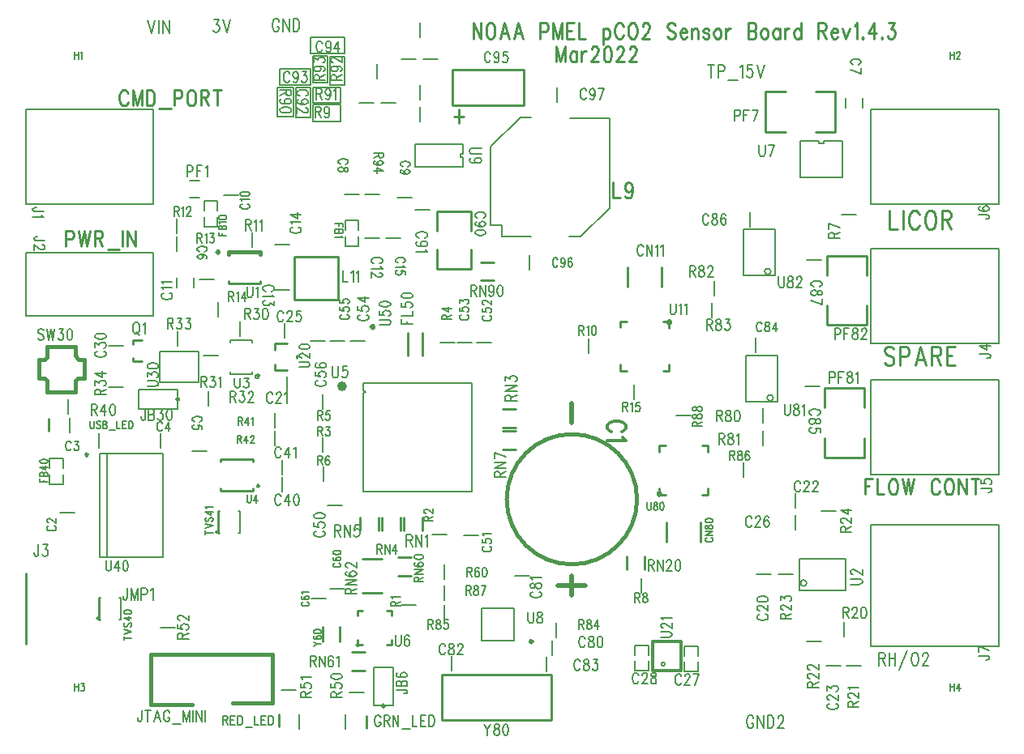
<source format=gto>
*
*
G04 PADS VX.1.1 Build Number: 678707 generated Gerber (RS-274-X) file*
G04 PC Version=2.1*
*
%IN "pCO2SensorBoard1_4_3.pc"*%
*
%MOIN*%
*
%FSLAX35Y35*%
*
*
*
*
G04 PC Standard Apertures*
*
*
G04 Thermal Relief Aperture macro.*
%AMTER*
1,1,$1,0,0*
1,0,$1-$2,0,0*
21,0,$3,$4,0,0,45*
21,0,$3,$4,0,0,135*
%
*
*
G04 Annular Aperture macro.*
%AMANN*
1,1,$1,0,0*
1,0,$2,0,0*
%
*
*
G04 Odd Aperture macro.*
%AMODD*
1,1,$1,0,0*
1,0,$1-0.005,0,0*
%
*
*
G04 PC Custom Aperture Macros*
*
*
*
*
*
*
G04 PC Aperture Table*
*
%ADD010C,0.008*%
%ADD011C,0.01*%
%ADD035C,0.006*%
%ADD036C,0.02*%
%ADD038C,0.015*%
%ADD071C,0.005*%
%ADD086C,0.007*%
%ADD087C,0.001*%
%ADD135C,0.00787*%
%ADD136C,0.01181*%
%ADD137C,0.01575*%
%ADD185C,0.013*%
%ADD301C,0.01969*%
%ADD302C,0.01575*%
%ADD424C,0.01181*%
*
*
*
*
G04 PC Circuitry*
G04 Layer Name pCO2SensorBoard1_4_3.pc - circuitry*
%LPD*%
*
*
G04 PC Custom Flashes*
G04 Layer Name pCO2SensorBoard1_4_3.pc - flashes*
%LPD*%
*
*
G04 PC Circuitry*
G04 Layer Name pCO2SensorBoard1_4_3.pc - circuitry*
%LPD*%
*
G54D10*
G01X381773Y377750D02*
Y372500D01*
X380500Y377750D02*
X383045D01*
X384682D02*
Y372500D01*
Y377750D02*
X386318D01*
X386864Y377500*
X387045Y377250*
X387227Y376750*
Y376000*
X387045Y375500*
X386864Y375250*
X386318Y375000*
X384682*
X388864Y371500D02*
X392682D01*
X393773Y376750D02*
X394136Y377000D01*
X394682Y377750*
Y372500*
X398682Y377750D02*
X396864D01*
X396682Y375500*
X396864Y375750*
X397409Y376000*
X397955*
X398500Y375750*
X398864Y375250*
X399045Y374500*
X398864Y374000*
X398682Y373250*
X398318Y372750*
X397773Y372500*
X397227*
X396682Y372750*
X396500Y373000*
X396318Y373500*
X400682Y377750D02*
X402136Y372500D01*
X403591Y377750D02*
X402136Y372500D01*
X177364Y396450D02*
X179364D01*
X178273Y394450*
X178818*
X179182Y394200*
X179364Y393950*
X179545Y393200*
Y392700*
X179364Y391950*
X179000Y391450*
X178455Y391200*
X177909*
X177364Y391450*
X177182Y391700*
X177000Y392200*
X181182Y396450D02*
X182636Y391200D01*
X184091Y396450D02*
X182636Y391200D01*
X150200Y396050D02*
X151655Y390800D01*
X153109Y396050D02*
X151655Y390800D01*
X154745Y396050D02*
Y390800D01*
X156382Y396050D02*
Y390800D01*
Y396050D02*
X158927Y390800D01*
Y396050D02*
Y390800D01*
X399127Y108800D02*
X398945Y109300D01*
X398582Y109800*
X398218Y110050*
X397491*
X397127Y109800*
X396764Y109300*
X396582Y108800*
X396400Y108050*
Y106800*
X396582Y106050*
X396764Y105550*
X397127Y105050*
X397491Y104800*
X398218*
X398582Y105050*
X398945Y105550*
X399127Y106050*
Y106800*
X398218D02*
X399127D01*
X400764Y110050D02*
Y104800D01*
Y110050D02*
X403309Y104800D01*
Y110050D02*
Y104800D01*
X404945Y110050D02*
Y104800D01*
Y110050D02*
X406218D01*
X406764Y109800*
X407127Y109300*
X407309Y108800*
X407491Y108050*
Y106800*
X407309Y106050*
X407127Y105550*
X406764Y105050*
X406218Y104800*
X404945*
X409309Y108800D02*
Y109050D01*
X409491Y109550*
X409673Y109800*
X410036Y110050*
X410764*
X411127Y109800*
X411309Y109550*
X411491Y109050*
Y108550*
X411309Y108050*
X410945Y107300*
X409127Y104800*
X411673*
X204127Y395600D02*
X203945Y396100D01*
X203582Y396600*
X203218Y396850*
X202491*
X202127Y396600*
X201764Y396100*
X201582Y395600*
X201400Y394850*
Y393600*
X201582Y392850*
X201764Y392350*
X202127Y391850*
X202491Y391600*
X203218*
X203582Y391850*
X203945Y392350*
X204127Y392850*
Y393600*
X203218D02*
X204127D01*
X205764Y396850D02*
Y391600D01*
Y396850D02*
X208309Y391600D01*
Y396850D02*
Y391600D01*
X209945Y396850D02*
Y391600D01*
Y396850D02*
X211218D01*
X211764Y396600*
X212127Y396100*
X212309Y395600*
X212491Y394850*
Y393600*
X212309Y392850*
X212127Y392350*
X211764Y391850*
X211218Y391600*
X209945*
G54D11*
X236500Y141000D02*
Y139000D01*
X238500*
X248500D02*
X250500D01*
Y141000*
Y151000D02*
Y153000D01*
X248500*
X236500Y151000D02*
Y153000D01*
X238500*
X237000Y139000D02*
G75*
G03X237000I-500J0D01*
G01X258500Y175000D02*
X253000D01*
X258500Y167500D02*
X253000D01*
X254000Y186000D02*
Y191500D01*
X246500Y186000D02*
Y191500D01*
X424750Y350250D02*
X432800D01*
Y366750*
X424750*
X412250Y350250D02*
X404200D01*
Y366750*
X412250*
X282949Y309435D02*
Y317485D01*
X268949*
Y309435*
X282949Y301935D02*
Y293885D01*
X268949*
Y301935*
X292500Y296500D02*
X287000D01*
X292500Y289000D02*
X287000D01*
X222000Y146500D02*
Y140500D01*
X229000Y146500D02*
Y140500D01*
X238500Y160500D02*
X246500D01*
X238500Y174500D02*
X246500D01*
X202500Y254500D02*
Y252000D01*
X207500*
X202500Y260500D02*
Y263000D01*
X207500*
X211500Y257000D02*
Y258000D01*
X354500Y170000D02*
Y175500D01*
X347000Y170000D02*
Y175500D01*
X361500Y286500D02*
Y294500D01*
X347500Y286500D02*
Y294500D01*
X365326Y271842D02*
G03X365326I-787J0D01*
G01X361980Y272039D02*
X364539D01*
Y269480*
Y254520D02*
Y251961D01*
X361980*
X347020D02*
X344461D01*
Y254520*
X347020Y272039D02*
X344461D01*
Y269677*
X263000Y267500D02*
Y258000D01*
X257000Y267500D02*
Y258000D01*
X361248Y201158D02*
G03X361248I-787J0D01*
G01X363020Y200961D02*
X360461D01*
Y203520*
Y218480D02*
Y221039D01*
X363020*
X377980D02*
X380539D01*
Y218480*
X377980Y200961D02*
X380539D01*
Y203323*
X271059Y126752D02*
X315941D01*
Y108248*
X271059*
Y126752*
X363500Y189500D02*
Y181500D01*
X377500Y189500D02*
Y181500D01*
X99900Y168400D02*
Y139400D01*
X224400Y281300D02*
X228400D01*
Y298800*
X210400*
Y281300*
X228400*
X144047Y255669D02*
X147787D01*
X144047Y264331D02*
X147787D01*
X144047Y255669D02*
Y257244D01*
Y262756D02*
Y264331D01*
X196400Y288700D02*
Y287700D01*
X183400*
Y288700*
X179607Y300700D02*
G03X179607I-707J0D01*
G01X239500Y136000D02*
X234000D01*
X239500Y128500D02*
X234000D01*
X444750Y236750D02*
Y244800D01*
X428250*
Y236750*
X444750Y224250D02*
Y216200D01*
X428250*
Y224250*
X445750Y291250D02*
Y299300D01*
X429250*
Y291250*
X445750Y278750D02*
Y270700D01*
X429250*
Y278750*
X304567Y361020D02*
X275433D01*
Y375980*
X304567*
Y361020*
X278112Y353820D02*
Y359445D01*
X280157Y356632D02*
X276067D01*
X130500Y158500D02*
X130000D01*
Y149500*
X130500*
X179500Y194000D02*
X179000D01*
Y185000*
X179500*
X193500Y203500D02*
Y202500D01*
X180000*
Y203500*
X193500Y214500D02*
Y215500D01*
X180000*
Y214500*
X196000Y204500D02*
G03X196000I-500J0D01*
G01X255500Y191500D02*
Y186000D01*
X263000Y191500D02*
Y186000D01*
X296000Y228500D02*
X301500D01*
X296000Y236000D02*
X301500D01*
X245000Y186000D02*
Y191500D01*
X237500Y186000D02*
Y191500D01*
X296000Y219500D02*
X301500D01*
X296000Y227000D02*
X301500D01*
X341500Y329563D02*
Y323000D01*
X344227*
X349227Y327375D02*
X349000Y326438D01*
X348545Y325813*
X347864Y325500*
X347636*
X346955Y325813*
X346500Y326438*
X346273Y327375*
Y327688*
X346500Y328625*
X346955Y329250*
X347636Y329563*
X347864*
X348545Y329250*
X349000Y328625*
X349227Y327375*
Y325813*
X349000Y324250*
X348545Y323313*
X347864Y323000*
X347409*
X346727Y323313*
X346500Y323938*
X116500Y309563D02*
Y303000D01*
Y309563D02*
X118545D01*
X118545D02*
X119227Y309250D01*
X119455Y308938*
X119455D02*
X119682Y308313D01*
X119682D02*
Y307375D01*
X119455Y306750*
X119227Y306438*
X119227D02*
X118545Y306125D01*
X116500*
X121727Y309563D02*
X122864Y303000D01*
X124000Y309563D02*
X122864Y303000D01*
X124000Y309563D02*
X125136Y303000D01*
X126273Y309563D02*
X125136Y303000D01*
X128318Y309563D02*
Y303000D01*
Y309563D02*
X130364D01*
X130364D02*
X131045Y309250D01*
X131273Y308938*
X131273D02*
X131500Y308313D01*
X131500D02*
Y307688D01*
X131500D02*
X131273Y307063D01*
X131273D02*
X131045Y306750D01*
X130364Y306438*
X130364D02*
X128318D01*
X129909D02*
X131500Y303000D01*
X133545Y301750D02*
X138318D01*
X139682Y309563D02*
Y303000D01*
X141727Y309563D02*
Y303000D01*
Y309563D02*
X144909Y303000D01*
Y309563D02*
Y303000D01*
X141909Y366000D02*
X141682Y366625D01*
X141227Y367250*
X140773Y367563*
X140773D02*
X139864D01*
X139864D02*
X139409Y367250D01*
X138955Y366625*
X138727Y366000*
X138500Y365063*
X138500D02*
Y363500D01*
X138727Y362563*
X138727D02*
X138955Y361938D01*
X138955D02*
X139409Y361313D01*
X139409D02*
X139864Y361000D01*
X140773*
X141227Y361313*
X141227D02*
X141682Y361938D01*
X141682D02*
X141909Y362563D01*
X143955Y367563D02*
Y361000D01*
Y367563D02*
X145773Y361000D01*
X147591Y367563D02*
X145773Y361000D01*
X147591Y367563D02*
Y361000D01*
X149636Y367563D02*
Y361000D01*
Y367563D02*
X151227D01*
X151227D02*
X151909Y367250D01*
X152364Y366625*
X152591Y366000*
X152818Y365063*
X152818D02*
Y363500D01*
X152591Y362563*
X152591D02*
X152364Y361938D01*
X152364D02*
X151909Y361313D01*
X151909D02*
X151227Y361000D01*
X149636*
X154864Y359750D02*
X159636D01*
X161000Y367563D02*
Y361000D01*
Y367563D02*
X163045D01*
X163045D02*
X163727Y367250D01*
X163955Y366938*
X163955D02*
X164182Y366313D01*
X164182D02*
Y365375D01*
X163955Y364750*
X163727Y364438*
X163727D02*
X163045Y364125D01*
X161000*
X167591Y367563D02*
X167136Y367250D01*
X166682Y366625*
X166455Y366000*
X166227Y365063*
X166227D02*
Y363500D01*
X166455Y362563*
X166455D02*
X166682Y361938D01*
X166682D02*
X167136Y361313D01*
X167136D02*
X167591Y361000D01*
X168500*
X168955Y361313*
X168955D02*
X169409Y361938D01*
X169409D02*
X169636Y362563D01*
X169636D02*
X169864Y363500D01*
Y365063*
X169864D02*
X169636Y366000D01*
X169409Y366625*
X168955Y367250*
X168500Y367563*
X168500D02*
X167591D01*
X171909D02*
Y361000D01*
Y367563D02*
X173955D01*
X173955D02*
X174636Y367250D01*
X174864Y366938*
X174864D02*
X175091Y366313D01*
X175091D02*
Y365688D01*
X175091D02*
X174864Y365063D01*
X174864D02*
X174636Y364750D01*
X173955Y364438*
X173955D02*
X171909D01*
X173500D02*
X175091Y361000D01*
X178727Y367563D02*
Y361000D01*
X177136Y367563D02*
X180318D01*
X456818Y260750D02*
X456273Y261500D01*
X455455Y261875*
X454364*
X453545Y261500*
X453000Y260750*
Y260000*
X453273Y259250*
X453545Y258875*
X454091Y258500*
X455727Y257750*
X456273Y257375*
X456545Y257000*
X456818Y256250*
Y255125*
X456273Y254375*
X455455Y254000*
X454364*
X453545Y254375*
X453000Y255125*
X459273Y261875D02*
Y254000D01*
Y261875D02*
X461727D01*
X462545Y261500*
X462818Y261125*
X463091Y260375*
Y259250*
X462818Y258500*
X462545Y258125*
X461727Y257750*
X459273*
X467727Y261875D02*
X465545Y254000D01*
X467727Y261875D02*
X469909Y254000D01*
X466364Y256625D02*
X469091D01*
X472364Y261875D02*
Y254000D01*
Y261875D02*
X474818D01*
X475636Y261500*
X475909Y261125*
X476182Y260375*
Y259625*
X475909Y258875*
X475636Y258500*
X474818Y258125*
X472364*
X474273D02*
X476182Y254000D01*
X478636Y261875D02*
Y254000D01*
Y261875D02*
X482182D01*
X478636Y258125D02*
X480818D01*
X478636Y254000D02*
X482182D01*
X445000Y207563D02*
Y201000D01*
Y207563D02*
X447955D01*
X445000Y204438D02*
X446818D01*
X450000Y207563D02*
Y201000D01*
X452727*
X456136Y207563D02*
X455682Y207250D01*
X455227Y206625*
X455000Y206000*
X454773Y205063*
X454773D02*
Y203500D01*
X455000Y202563*
X455000D02*
X455227Y201938D01*
X455227D02*
X455682Y201313D01*
X455682D02*
X456136Y201000D01*
X457045*
X457500Y201313*
X457500D02*
X457955Y201938D01*
X457955D02*
X458182Y202563D01*
X458182D02*
X458409Y203500D01*
Y205063*
X458409D02*
X458182Y206000D01*
X457955Y206625*
X457500Y207250*
X457045Y207563*
X457045D02*
X456136D01*
X460455D02*
X461591Y201000D01*
X462727Y207563D02*
X461591Y201000D01*
X462727Y207563D02*
X463864Y201000D01*
X465000Y207563D02*
X463864Y201000D01*
X475682Y206000D02*
X475455Y206625D01*
X475000Y207250*
X474545Y207563*
X474545D02*
X473636D01*
X473636D02*
X473182Y207250D01*
X472727Y206625*
X472500Y206000*
X472273Y205063*
X472273D02*
Y203500D01*
X472500Y202563*
X472500D02*
X472727Y201938D01*
X472727D02*
X473182Y201313D01*
X473182D02*
X473636Y201000D01*
X474545*
X475000Y201313*
X475000D02*
X475455Y201938D01*
X475455D02*
X475682Y202563D01*
X479091Y207563D02*
X478636Y207250D01*
X478182Y206625*
X477955Y206000*
X477727Y205063*
X477727D02*
Y203500D01*
X477955Y202563*
X477955D02*
X478182Y201938D01*
X478182D02*
X478636Y201313D01*
X478636D02*
X479091Y201000D01*
X480000*
X480455Y201313*
X480455D02*
X480909Y201938D01*
X480909D02*
X481136Y202563D01*
X481136D02*
X481364Y203500D01*
Y205063*
X481364D02*
X481136Y206000D01*
X480909Y206625*
X480455Y207250*
X480000Y207563*
X480000D02*
X479091D01*
X483409D02*
Y201000D01*
Y207563D02*
X486591Y201000D01*
Y207563D02*
Y201000D01*
X490227Y207563D02*
Y201000D01*
X488636Y207563D02*
X491818D01*
X455000Y317875D02*
Y310000D01*
X458273*
X460727Y317875D02*
Y310000D01*
X467273Y316000D02*
X467000Y316750D01*
X466455Y317500*
X465909Y317875*
X464818*
X464273Y317500*
X463727Y316750*
X463455Y316000*
X463182Y314875*
Y313000*
X463455Y311875*
X463727Y311125*
X464273Y310375*
X464818Y310000*
X465909*
X466455Y310375*
X467000Y311125*
X467273Y311875*
X471364Y317875D02*
X470818Y317500D01*
X470273Y316750*
X470000Y316000*
X469727Y314875*
Y313000*
X470000Y311875*
X470273Y311125*
X470818Y310375*
X471364Y310000*
X472455*
X473000Y310375*
X473545Y311125*
X473818Y311875*
X474091Y313000*
Y314875*
X473818Y316000*
X473545Y316750*
X473000Y317500*
X472455Y317875*
X471364*
X476545D02*
Y310000D01*
Y317875D02*
X479000D01*
X479818Y317500*
X480091Y317125*
X480364Y316375*
Y315625*
X480091Y314875*
X479818Y314500*
X479000Y314125*
X476545*
X478455D02*
X480364Y310000D01*
X284000Y395063D02*
Y388500D01*
Y395063D02*
X287182Y388500D01*
Y395063D02*
Y388500D01*
X290591Y395063D02*
X290136Y394750D01*
X289682Y394125*
X289455Y393500*
X289227Y392563*
X289227D02*
Y391000D01*
X289455Y390063*
X289455D02*
X289682Y389438D01*
X289682D02*
X290136Y388813D01*
X290136D02*
X290591Y388500D01*
X291500*
X291955Y388813*
X291955D02*
X292409Y389438D01*
X292409D02*
X292636Y390063D01*
X292636D02*
X292864Y391000D01*
Y392563*
X292864D02*
X292636Y393500D01*
X292409Y394125*
X291955Y394750*
X291500Y395063*
X291500D02*
X290591D01*
X296727D02*
X294909Y388500D01*
X296727Y395063D02*
X298545Y388500D01*
X295591Y390688D02*
X297864D01*
X302409Y395063D02*
X300591Y388500D01*
X302409Y395063D02*
X304227Y388500D01*
X301273Y390688D02*
X303545D01*
X311500Y395063D02*
Y388500D01*
Y395063D02*
X313545D01*
X313545D02*
X314227Y394750D01*
X314455Y394438*
X314455D02*
X314682Y393813D01*
X314682D02*
Y392875D01*
X314455Y392250*
X314227Y391938*
X314227D02*
X313545Y391625D01*
X311500*
X316727Y395063D02*
Y388500D01*
Y395063D02*
X318545Y388500D01*
X320364Y395063D02*
X318545Y388500D01*
X320364Y395063D02*
Y388500D01*
X322409Y395063D02*
Y388500D01*
Y395063D02*
X325364D01*
X322409Y391938D02*
X324227D01*
X322409Y388500D02*
X325364D01*
X327409Y395063D02*
Y388500D01*
X330136*
X337409Y392875D02*
Y386312D01*
Y391938D02*
X337864Y392563D01*
X337864D02*
X338318Y392875D01*
X339000*
X339455Y392563*
X339455D02*
X339909Y391938D01*
X339909D02*
X340136Y391000D01*
Y390375*
X339909Y389438*
X339909D02*
X339455Y388813D01*
X339455D02*
X339000Y388500D01*
X338318*
X337864Y388813*
X337864D02*
X337409Y389438D01*
X345591Y393500D02*
X345364Y394125D01*
X344909Y394750*
X344455Y395063*
X344455D02*
X343545D01*
X343545D02*
X343091Y394750D01*
X342636Y394125*
X342409Y393500*
X342182Y392563*
X342182D02*
Y391000D01*
X342409Y390063*
X342409D02*
X342636Y389438D01*
X342636D02*
X343091Y388813D01*
X343091D02*
X343545Y388500D01*
X344455*
X344909Y388813*
X344909D02*
X345364Y389438D01*
X345364D02*
X345591Y390063D01*
X349000Y395063D02*
X348545Y394750D01*
X348091Y394125*
X347864Y393500*
X347636Y392563*
X347636D02*
Y391000D01*
X347864Y390063*
X347864D02*
X348091Y389438D01*
X348091D02*
X348545Y388813D01*
X348545D02*
X349000Y388500D01*
X349909*
X350364Y388813*
X350364D02*
X350818Y389438D01*
X350818D02*
X351045Y390063D01*
X351045D02*
X351273Y391000D01*
Y392563*
X351273D02*
X351045Y393500D01*
X350818Y394125*
X350364Y394750*
X349909Y395063*
X349909D02*
X349000D01*
X353545Y393500D02*
Y393813D01*
X353545D02*
X353773Y394438D01*
X353773D02*
X354000Y394750D01*
X354455Y395063*
X354455D02*
X355364D01*
X355364D02*
X355818Y394750D01*
X356045Y394438*
X356045D02*
X356273Y393813D01*
X356273D02*
Y393188D01*
X356273D02*
X356045Y392563D01*
X356045D02*
X355591Y391625D01*
X353318Y388500*
X356500*
X366955Y394125D02*
X366500Y394750D01*
X365818Y395063*
X365818D02*
X364909D01*
X364909D02*
X364227Y394750D01*
X363773Y394125*
Y393500*
X364000Y392875*
X364227Y392563*
X364227D02*
X364682Y392250D01*
X366045Y391625*
X366500Y391313*
X366500D02*
X366727Y391000D01*
X366955Y390375*
Y389438*
X366955D02*
X366500Y388813D01*
X366500D02*
X365818Y388500D01*
X364909*
X364227Y388813*
X364227D02*
X363773Y389438D01*
X369000Y391000D02*
X371727D01*
Y391625*
X371500Y392250*
X371273Y392563*
X371273D02*
X370818Y392875D01*
X370136*
X369682Y392563*
X369682D02*
X369227Y391938D01*
X369227D02*
X369000Y391000D01*
Y390375*
X369227Y389438*
X369227D02*
X369682Y388813D01*
X369682D02*
X370136Y388500D01*
X370818*
X371273Y388813*
X371273D02*
X371727Y389438D01*
X373773Y392875D02*
Y388500D01*
Y391625D02*
X374455Y392563D01*
X374455D02*
X374909Y392875D01*
X375591*
X376045Y392563*
X376045D02*
X376273Y391625D01*
Y388500*
X380818Y391938D02*
X380591Y392563D01*
X380591D02*
X379909Y392875D01*
X379227*
X378545Y392563*
X378545D02*
X378318Y391938D01*
X378318D02*
X378545Y391313D01*
X378545D02*
X379000Y391000D01*
X380136Y390688*
X380136D02*
X380591Y390375D01*
X380818Y389750*
Y389438*
X380818D02*
X380591Y388813D01*
X380591D02*
X379909Y388500D01*
X379227*
X378545Y388813*
X378545D02*
X378318Y389438D01*
X384000Y392875D02*
X383545Y392563D01*
X383545D02*
X383091Y391938D01*
X383091D02*
X382864Y391000D01*
Y390375*
X383091Y389438*
X383091D02*
X383545Y388813D01*
X383545D02*
X384000Y388500D01*
X384682*
X385136Y388813*
X385136D02*
X385591Y389438D01*
X385591D02*
X385818Y390375D01*
Y391000*
X385591Y391938*
X385591D02*
X385136Y392563D01*
X385136D02*
X384682Y392875D01*
X384000*
X387864D02*
Y388500D01*
Y391000D02*
X388091Y391938D01*
X388091D02*
X388545Y392563D01*
X388545D02*
X389000Y392875D01*
X389682*
X396955Y395063D02*
Y388500D01*
Y395063D02*
X399000D01*
X399000D02*
X399682Y394750D01*
X399909Y394438*
X399909D02*
X400136Y393813D01*
X400136D02*
Y393188D01*
X400136D02*
X399909Y392563D01*
X399909D02*
X399682Y392250D01*
X399000Y391938*
X396955D02*
X399000D01*
X399000D02*
X399682Y391625D01*
X399909Y391313*
X399909D02*
X400136Y390688D01*
X400136D02*
Y389750D01*
X399909Y389125*
X399682Y388813*
X399682D02*
X399000Y388500D01*
X396955*
X403318Y392875D02*
X402864Y392563D01*
X402864D02*
X402409Y391938D01*
X402409D02*
X402182Y391000D01*
Y390375*
X402409Y389438*
X402409D02*
X402864Y388813D01*
X402864D02*
X403318Y388500D01*
X404000*
X404455Y388813*
X404455D02*
X404909Y389438D01*
X404909D02*
X405136Y390375D01*
Y391000*
X404909Y391938*
X404909D02*
X404455Y392563D01*
X404455D02*
X404000Y392875D01*
X403318*
X409909D02*
Y388500D01*
Y391938D02*
X409455Y392563D01*
X409455D02*
X409000Y392875D01*
X408318*
X407864Y392563*
X407864D02*
X407409Y391938D01*
X407409D02*
X407182Y391000D01*
Y390375*
X407409Y389438*
X407409D02*
X407864Y388813D01*
X407864D02*
X408318Y388500D01*
X409000*
X409455Y388813*
X409455D02*
X409909Y389438D01*
X411955Y392875D02*
Y388500D01*
Y391000D02*
X412182Y391938D01*
X412182D02*
X412636Y392563D01*
X412636D02*
X413091Y392875D01*
X413773*
X418545Y395063D02*
Y388500D01*
Y391938D02*
X418091Y392563D01*
X418091D02*
X417636Y392875D01*
X416955*
X416500Y392563*
X416500D02*
X416045Y391938D01*
X416045D02*
X415818Y391000D01*
Y390375*
X416045Y389438*
X416045D02*
X416500Y388813D01*
X416500D02*
X416955Y388500D01*
X417636*
X418091Y388813*
X418091D02*
X418545Y389438D01*
X425818Y395063D02*
Y388500D01*
Y395063D02*
X427864D01*
X427864D02*
X428545Y394750D01*
X428773Y394438*
X428773D02*
X429000Y393813D01*
X429000D02*
Y393188D01*
X429000D02*
X428773Y392563D01*
X428773D02*
X428545Y392250D01*
X427864Y391938*
X427864D02*
X425818D01*
X427409D02*
X429000Y388500D01*
X431045Y391000D02*
X433773D01*
Y391625*
X433545Y392250*
X433318Y392563*
X433318D02*
X432864Y392875D01*
X432182*
X431727Y392563*
X431727D02*
X431273Y391938D01*
X431273D02*
X431045Y391000D01*
Y390375*
X431273Y389438*
X431273D02*
X431727Y388813D01*
X431727D02*
X432182Y388500D01*
X432864*
X433318Y388813*
X433318D02*
X433773Y389438D01*
X435818Y392875D02*
X437182Y388500D01*
X438545Y392875D02*
X437182Y388500D01*
X440591Y393813D02*
X441045Y394125D01*
X441727Y395063*
X441727D02*
Y388500D01*
X444000Y389125D02*
X443773Y388813D01*
X443773D02*
X444000Y388500D01*
X444227Y388813*
X444227D02*
X444000Y389125D01*
X448545Y395063D02*
X446273Y390688D01*
X446273D02*
X449682D01*
X448545Y395063D02*
Y388500D01*
X451955Y389125D02*
X451727Y388813D01*
X451727D02*
X451955Y388500D01*
X452182Y388813*
X452182D02*
X451955Y389125D01*
X454682Y395063D02*
X457182D01*
X457182D02*
X455818Y392563D01*
X455818D02*
X456500D01*
X456500D02*
X456955Y392250D01*
X457182Y391938*
X457182D02*
X457409Y391000D01*
Y390375*
X457182Y389438*
X457182D02*
X456727Y388813D01*
X456727D02*
X456045Y388500D01*
X455364*
X454682Y388813*
X454682D02*
X454455Y389125D01*
X454227Y389750*
X318000Y385563D02*
Y379000D01*
Y385563D02*
X319818Y379000D01*
X321636Y385563D02*
X319818Y379000D01*
X321636Y385563D02*
Y379000D01*
X326409Y383375D02*
Y379000D01*
Y382438D02*
X325955Y383063D01*
X325955D02*
X325500Y383375D01*
X324818*
X324364Y383063*
X324364D02*
X323909Y382438D01*
X323909D02*
X323682Y381500D01*
Y380875*
X323909Y379938*
X323909D02*
X324364Y379313D01*
X324364D02*
X324818Y379000D01*
X325500*
X325955Y379313*
X325955D02*
X326409Y379938D01*
X328455Y383375D02*
Y379000D01*
Y381500D02*
X328682Y382438D01*
X328682D02*
X329136Y383063D01*
X329136D02*
X329591Y383375D01*
X330273*
X332545Y384000D02*
Y384313D01*
X332545D02*
X332773Y384938D01*
X332773D02*
X333000Y385250D01*
X333455Y385563*
X333455D02*
X334364D01*
X334364D02*
X334818Y385250D01*
X335045Y384938*
X335045D02*
X335273Y384313D01*
X335273D02*
Y383688D01*
X335273D02*
X335045Y383063D01*
X335045D02*
X334591Y382125D01*
X332318Y379000*
X335500*
X338909Y385563D02*
X338227Y385250D01*
X337773Y384313*
X337773D02*
X337545Y382750D01*
Y381813*
X337545D02*
X337773Y380250D01*
X338227Y379313*
X338227D02*
X338909Y379000D01*
X339364*
X340045Y379313*
X340045D02*
X340500Y380250D01*
X340727Y381813*
X340727D02*
Y382750D01*
X340500Y384313*
X340500D02*
X340045Y385250D01*
X339364Y385563*
X339364D02*
X338909D01*
X343000Y384000D02*
Y384313D01*
X343000D02*
X343227Y384938D01*
X343227D02*
X343455Y385250D01*
X343909Y385563*
X343909D02*
X344818D01*
X344818D02*
X345273Y385250D01*
X345500Y384938*
X345500D02*
X345727Y384313D01*
X345727D02*
Y383688D01*
X345727D02*
X345500Y383063D01*
X345500D02*
X345045Y382125D01*
X342773Y379000*
X345955*
X348227Y384000D02*
Y384313D01*
X348227D02*
X348455Y384938D01*
X348455D02*
X348682Y385250D01*
X349136Y385563*
X349136D02*
X350045D01*
X350045D02*
X350500Y385250D01*
X350727Y384938*
X350727D02*
X350955Y384313D01*
X350955D02*
Y383688D01*
X350955D02*
X350727Y383063D01*
X350727D02*
X350273Y382125D01*
X348000Y379000*
X351182*
X204000Y110406D02*
Y105406D01*
X240000Y109906D02*
Y104906D01*
X109500Y227094D02*
Y232094D01*
X358250Y126000D02*
G03X358250I-250J0D01*
G01X196000Y250000D02*
G03X196000I-500J0D01*
G01X125500Y217500D02*
G03X125500I-500J0D01*
G54D35*
G01X254500Y155500D02*
X260500D01*
X272000Y149500D02*
Y155500D01*
Y157500D02*
Y163500D01*
X435469Y316163D02*
X441469D01*
X270306Y263456D02*
X276306D01*
X280137Y184046D02*
X286137D01*
X162000Y290000D02*
Y286000D01*
X169000Y290000D02*
Y286000D01*
X162500Y262000D02*
Y268000D01*
X179000Y280000D02*
Y274000D01*
X400040Y265394D02*
Y259394D01*
X397689Y317158D02*
Y311158D01*
X383027Y282952D02*
Y288952D01*
X382033Y279757D02*
Y273757D01*
X317907Y142189D02*
Y148189D01*
X316404Y134987D02*
Y140987D01*
X307025Y167455D02*
X301025D01*
X156500Y217750D02*
X130500D01*
Y175250*
X156500*
Y217750*
X133500D02*
Y175250D01*
X125500Y216750D02*
G03X125500I-500J0D01*
G01X174445Y218921D02*
X168445D01*
X114021Y193324D02*
X120021D01*
X171500Y289500D02*
X177500D01*
X260000Y318000D02*
X266000D01*
X252816Y323227D02*
X258816D01*
X262000Y369500D02*
Y363500D01*
Y354500D02*
Y360500D01*
X244500Y372000D02*
Y378000D01*
X239500Y324500D02*
X245500D01*
X252000Y362000D02*
X246000D01*
X243000D02*
X237000D01*
X254000Y306500D02*
X248000D01*
X245500D02*
X239500D01*
X237000Y324500D02*
X231000D01*
X307000Y299500D02*
Y293500D01*
X318500Y368500D02*
Y362500D01*
X307626Y307091D02*
X295815D01*
Y311815*
X291091*
Y344098*
X303295Y356303*
X307626*
X323768Y355909D02*
X339909D01*
Y318902*
X328098Y307091*
X323374*
X224000Y196500D02*
X230000D01*
X202500Y221000D02*
Y227000D01*
X272000Y172000D02*
Y166000D01*
X161500Y146000D02*
X155500D01*
X444000Y360000D02*
Y364000D01*
X437000Y360000D02*
Y364000D01*
X427000Y297500D02*
X421000D01*
X403000Y227000D02*
Y221000D01*
Y230500D02*
Y236500D01*
X426500Y245500D02*
X420500D01*
X447500Y209000D02*
Y248000D01*
X500100*
Y209000*
X447500*
X206500Y271500D02*
Y265500D01*
X207500Y243500D02*
Y249500D01*
X179000Y258000D02*
X173000D01*
X233000Y119500D02*
X239000D01*
X205000Y120500D02*
X211000D01*
X314000Y128000D02*
Y134000D01*
X283500Y263500D02*
X277500D01*
X223000Y264000D02*
X217000D01*
X231000D02*
X225000D01*
X239500D02*
X233500D01*
X291500Y263500D02*
X285500D01*
X275000Y134500D02*
Y128500D01*
X231500Y104500D02*
Y110500D01*
X205500Y215000D02*
Y209000D01*
Y202000D02*
Y208000D01*
X202400Y285200D02*
X208400D01*
Y303700D02*
X202400D01*
X406500Y168000D02*
X400500D01*
X416500Y201500D02*
Y195500D01*
X429000Y130500D02*
X435000D01*
X416500Y192500D02*
Y186500D01*
X140000Y262200D02*
X134000D01*
X231000Y162000D02*
X225000D01*
X223500Y158000D02*
X217500D01*
X152500Y359500D02*
Y320500D01*
X99900*
Y359500*
X152500*
Y300500D02*
Y274500D01*
X99900*
Y300500*
X152500*
X447500Y263000D02*
Y302000D01*
X500100*
Y263000*
X447500*
Y320500D02*
Y359500D01*
X500100*
Y320500*
X447500*
X146500Y236300D02*
Y244100D01*
X162400*
Y236300*
X146500*
X171500Y330000D02*
X167500D01*
X171500Y323000D02*
X167500D01*
X192900Y302700D02*
Y308700D01*
X436500Y142500D02*
Y148500D01*
X443500Y130500D02*
X437500D01*
X427000Y140500D02*
X421000D01*
X415500Y168000D02*
X409500D01*
X433000Y194000D02*
X427000D01*
X188000Y272000D02*
Y266000D01*
X175000Y243500D02*
Y237500D01*
X140000Y245200D02*
X134000D01*
X117500Y240000D02*
Y234000D01*
X212500Y110500D02*
Y104500D01*
X193000Y251500D02*
Y250500D01*
X184000*
Y251500*
Y263500D02*
Y264500D01*
X193000*
Y263500*
X195800Y249500D02*
G03X195800I-800J0D01*
G01X171100Y247250D02*
Y259750D01*
X154900*
Y247250*
X171100*
X118000Y232500D02*
Y226500D01*
X447500Y138600D02*
Y188400D01*
X500100*
Y138600*
X447500*
X243100Y129900D02*
X250900D01*
Y114000*
X243100*
Y129900*
X262000Y395000D02*
Y389000D01*
X260500Y380000D02*
X254500D01*
X269500D02*
X263500D01*
X130000Y220000D02*
Y226000D01*
X155500D02*
Y220000D01*
X130000Y150000D02*
G03X130000I-500J0D01*
G01X138500Y149500D02*
X139000D01*
Y158500*
X138500*
X179000Y185500D02*
G03X179000I-500J0D01*
G01X187500Y185000D02*
X188000D01*
Y194000*
X187500*
X202500Y228500D02*
Y234500D01*
X187500Y324000D02*
X181500D01*
X353000Y166500D02*
Y160500D01*
X331500Y265000D02*
Y259000D01*
X162000Y308500D02*
Y314500D01*
Y307000D02*
Y301000D01*
X350000Y246000D02*
Y240000D01*
X395000Y208000D02*
Y214000D01*
X373500Y233500D02*
X367500D01*
X267000Y184500D02*
X273000D01*
X222000Y218500D02*
Y224500D01*
Y242000D02*
Y236000D01*
X222500Y212500D02*
Y206500D01*
X250062Y155000D02*
X254000D01*
X250062D02*
Y156227D01*
X250062D02*
X250250Y156636D01*
X250437Y156773*
X250437D02*
X250812Y156909D01*
X250812D02*
X251187D01*
X251187D02*
X251562Y156773D01*
X251562D02*
X251750Y156636D01*
X251937Y156227*
X251937D02*
Y155000D01*
Y155955D02*
X254000Y156909D01*
X250812Y158136D02*
X250625Y158409D01*
X250062Y158818*
X250062D02*
X254000D01*
X265500Y149438D02*
Y145500D01*
Y149438D02*
X266727D01*
X266727D02*
X267136Y149250D01*
X267273Y149063*
X267273D02*
X267409Y148688D01*
X267409D02*
Y148313D01*
X267409D02*
X267273Y147938D01*
X267273D02*
X267136Y147750D01*
X266727Y147563*
X266727D02*
X265500D01*
X266455D02*
X267409Y145500D01*
X269318Y149438D02*
X268909Y149250D01*
X268773Y148875*
Y148500*
X268909Y148125*
X269182Y147938*
X269182D02*
X269727Y147750D01*
X270136Y147563*
X270136D02*
X270409Y147188D01*
X270409D02*
X270545Y146813D01*
X270545D02*
Y146250D01*
X270409Y145875*
X270273Y145688*
X270273D02*
X269864Y145500D01*
X269318*
X268909Y145688*
X268909D02*
X268773Y145875D01*
X268636Y146250*
Y146813*
X268636D02*
X268773Y147188D01*
X268773D02*
X269045Y147563D01*
X269045D02*
X269455Y147750D01*
X270000Y147938*
X270000D02*
X270273Y148125D01*
X270409Y148500*
Y148875*
X270273Y149250*
X269864Y149438*
X269864D02*
X269318D01*
X273545D02*
X272182D01*
X272182D02*
X272045Y147750D01*
X272182Y147938*
X272182D02*
X272591Y148125D01*
X273000*
X273409Y147938*
X273409D02*
X273682Y147563D01*
X273682D02*
X273818Y147000D01*
X273682Y146625*
X273545Y146063*
X273545D02*
X273273Y145688D01*
X273273D02*
X272864Y145500D01*
X272455*
X272045Y145688*
X272045D02*
X271909Y145875D01*
X271773Y146250*
X281000Y163438D02*
Y159500D01*
Y163438D02*
X282227D01*
X282636Y163250*
X282773Y163063*
X282909Y162688*
Y162313*
X282773Y161938*
X282636Y161750*
X282227Y161563*
X281000*
X281955D02*
X282909Y159500D01*
X284818Y163438D02*
X284409Y163250D01*
X284273Y162875*
Y162500*
X284409Y162125*
X284682Y161938*
X285227Y161750*
X285636Y161563*
X285909Y161188*
X286045Y160813*
Y160250*
X285909Y159875*
X285773Y159688*
X285364Y159500*
X284818*
X284409Y159688*
X284273Y159875*
X284136Y160250*
Y160813*
X284273Y161188*
X284545Y161563*
X284955Y161750*
X285500Y161938*
X285773Y162125*
X285909Y162500*
Y162875*
X285773Y163250*
X285364Y163438*
X284818*
X289182D02*
X287818Y159500D01*
X287273Y163438D02*
X289182D01*
X271062Y273000D02*
X275000D01*
X271062D02*
Y274227D01*
X271062D02*
X271250Y274636D01*
X271437Y274773*
X271437D02*
X271812Y274909D01*
X271812D02*
X272187D01*
X272187D02*
X272562Y274773D01*
X272562D02*
X272750Y274636D01*
X272937Y274227*
X272937D02*
Y273000D01*
Y273955D02*
X275000Y274909D01*
X271062Y277500D02*
X273687Y276136D01*
X273687D02*
Y278182D01*
X271062Y277500D02*
X275000D01*
X244500Y180438D02*
Y176500D01*
Y180438D02*
X245727D01*
X245727D02*
X246136Y180250D01*
X246273Y180063*
X246273D02*
X246409Y179688D01*
X246409D02*
Y179313D01*
X246409D02*
X246273Y178938D01*
X246273D02*
X246136Y178750D01*
X245727Y178563*
X245727D02*
X244500D01*
X245455D02*
X246409Y176500D01*
X247636Y180438D02*
Y176500D01*
Y180438D02*
X249545Y176500D01*
Y180438D02*
Y176500D01*
X252136Y180438D02*
X250773Y177813D01*
X250773D02*
X252818D01*
X252136Y180438D02*
Y176500D01*
X288500Y179545D02*
X288125Y179409D01*
X287750Y179136*
X287562Y178864*
X287562D02*
Y178318D01*
X287562D02*
X287750Y178045D01*
X288125Y177773*
X288500Y177636*
X289062Y177500*
X289062D02*
X290000D01*
X290562Y177636*
X290562D02*
X290937Y177773D01*
X290937D02*
X291312Y178045D01*
X291312D02*
X291500Y178318D01*
Y178864*
X291312Y179136*
X291312D02*
X290937Y179409D01*
X290937D02*
X290562Y179545D01*
X287562Y182545D02*
Y181182D01*
X287562D02*
X289250Y181045D01*
X289062Y181182*
X289062D02*
X288875Y181591D01*
Y182000*
X289062Y182409*
X289062D02*
X289437Y182682D01*
X289437D02*
X290000Y182818D01*
X290375Y182682*
X290937Y182545*
X290937D02*
X291312Y182273D01*
X291312D02*
X291500Y181864D01*
Y181455*
X291312Y181045*
X291312D02*
X291125Y180909D01*
X290750Y180773*
X288312Y184045D02*
X288125Y184318D01*
X287562Y184727*
X287562D02*
X291500D01*
X156750Y283857D02*
X156319Y283686D01*
X155887Y283345*
X155887D02*
X155672Y283005D01*
Y282323*
X155887Y281982*
X155887D02*
X156319Y281641D01*
X156750Y281470*
X157397Y281300*
X158475*
X159122Y281470*
X159553Y281641*
X159984Y281982*
X160200Y282323*
Y283005*
X159984Y283345*
X159553Y283686*
X159122Y283857*
X156534Y285391D02*
X156319Y285732D01*
X155672Y286243*
X160200*
X156534Y287777D02*
X156319Y288118D01*
X155672Y288630*
X160200*
X183500Y284438D02*
Y280500D01*
Y284438D02*
X184727D01*
X184727D02*
X185136Y284250D01*
X185273Y284063*
X185273D02*
X185409Y283688D01*
X185409D02*
Y283313D01*
X185409D02*
X185273Y282938D01*
X185273D02*
X185136Y282750D01*
X184727Y282563*
X184727D02*
X183500D01*
X184455D02*
X185409Y280500D01*
X186636Y283688D02*
X186909Y283875D01*
X187318Y284438*
X187318D02*
Y280500D01*
X189909Y284438D02*
X188545Y281813D01*
X188545D02*
X190591D01*
X189909Y284438D02*
Y280500D01*
X402545Y271000D02*
X402409Y271375D01*
X402136Y271750*
X401864Y271938*
X401864D02*
X401318D01*
X401318D02*
X401045Y271750D01*
X400773Y271375*
X400636Y271000*
X400500Y270438*
X400500D02*
Y269500D01*
X400636Y268938*
X400636D02*
X400773Y268563D01*
X400773D02*
X401045Y268188D01*
X401045D02*
X401318Y268000D01*
X401864*
X402136Y268188*
X402136D02*
X402409Y268563D01*
X402409D02*
X402545Y268938D01*
X404455Y271938D02*
X404045Y271750D01*
X403909Y271375*
Y271000*
X404045Y270625*
X404318Y270438*
X404318D02*
X404864Y270250D01*
X405273Y270063*
X405273D02*
X405545Y269688D01*
X405545D02*
X405682Y269313D01*
X405682D02*
Y268750D01*
X405545Y268375*
X405409Y268188*
X405409D02*
X405000Y268000D01*
X404455*
X404045Y268188*
X404045D02*
X403909Y268375D01*
X403773Y268750*
Y269313*
X403773D02*
X403909Y269688D01*
X403909D02*
X404182Y270063D01*
X404182D02*
X404591Y270250D01*
X405136Y270438*
X405136D02*
X405409Y270625D01*
X405545Y271000*
Y271375*
X405409Y271750*
X405000Y271938*
X405000D02*
X404455D01*
X408273D02*
X406909Y269313D01*
X406909D02*
X408955D01*
X408273Y271938D02*
Y268000D01*
X327500Y149438D02*
Y145500D01*
Y149438D02*
X328727D01*
X328727D02*
X329136Y149250D01*
X329273Y149063*
X329273D02*
X329409Y148688D01*
X329409D02*
Y148313D01*
X329409D02*
X329273Y147938D01*
X329273D02*
X329136Y147750D01*
X328727Y147563*
X328727D02*
X327500D01*
X328455D02*
X329409Y145500D01*
X331318Y149438D02*
X330909Y149250D01*
X330773Y148875*
Y148500*
X330909Y148125*
X331182Y147938*
X331182D02*
X331727Y147750D01*
X332136Y147563*
X332136D02*
X332409Y147188D01*
X332409D02*
X332545Y146813D01*
X332545D02*
Y146250D01*
X332409Y145875*
X332273Y145688*
X332273D02*
X331864Y145500D01*
X331318*
X330909Y145688*
X330909D02*
X330773Y145875D01*
X330636Y146250*
Y146813*
X330636D02*
X330773Y147188D01*
X330773D02*
X331045Y147563D01*
X331045D02*
X331455Y147750D01*
X332000Y147938*
X332000D02*
X332273Y148125D01*
X332409Y148500*
Y148875*
X332273Y149250*
X331864Y149438*
X331864D02*
X331318D01*
X335136D02*
X333773Y146813D01*
X333773D02*
X335818D01*
X335136Y149438D02*
Y145500D01*
X133000Y173766D02*
Y170719D01*
X133148Y170109*
X133443Y169703*
X133886Y169500*
X134182*
X134625Y169703*
X134920Y170109*
X135068Y170719*
Y173766*
X137875D02*
X136398Y170922D01*
X138614*
X137875Y173766D02*
Y169500D01*
X140830Y173766D02*
X140386Y173563D01*
X140386D02*
X140091Y172953D01*
X139943Y171938*
X139943D02*
Y171328D01*
X140091Y170313*
X140091D02*
X140386Y169703D01*
X140830Y169500*
X141125*
X141568Y169703*
X141864Y170313*
X141864D02*
X142011Y171328D01*
Y171938*
X142011D02*
X141864Y172953D01*
X141568Y173563*
X141568D02*
X141125Y173766D01*
X140830*
X171500Y230955D02*
X171875Y231091D01*
X172250Y231364*
X172438Y231636*
X172438D02*
Y232182D01*
X172438D02*
X172250Y232455D01*
X171875Y232727*
X171500Y232864*
X170938Y233000*
X170938D02*
X170000D01*
X169438Y232864*
X169438D02*
X169063Y232727D01*
X169063D02*
X168688Y232455D01*
X168688D02*
X168500Y232182D01*
Y231636*
X168688Y231364*
X168688D02*
X169063Y231091D01*
X169063D02*
X169438Y230955D01*
X172438Y227955D02*
Y229318D01*
X172438D02*
X170750Y229455D01*
X170938Y229318*
X170938D02*
X171125Y228909D01*
Y228500*
X170938Y228091*
X170938D02*
X170563Y227818D01*
X170563D02*
X170000Y227682D01*
X169625Y227818*
X169063Y227955*
X169063D02*
X168688Y228227D01*
X168688D02*
X168500Y228636D01*
Y229045*
X168688Y229455*
X168688D02*
X168875Y229591D01*
X169250Y229727*
X109500Y188045D02*
X109125Y187909D01*
X108750Y187636*
X108562Y187364*
X108562D02*
Y186818D01*
X108562D02*
X108750Y186545D01*
X109125Y186273*
X109500Y186136*
X110062Y186000*
X110062D02*
X111000D01*
X111562Y186136*
X111562D02*
X111937Y186273D01*
X111937D02*
X112312Y186545D01*
X112312D02*
X112500Y186818D01*
Y187364*
X112312Y187636*
X112312D02*
X111937Y187909D01*
X111937D02*
X111562Y188045D01*
X109500Y189409D02*
X109312D01*
X109312D02*
X108937Y189545D01*
X108937D02*
X108750Y189682D01*
X108562Y189955*
X108562D02*
Y190500D01*
X108562D02*
X108750Y190773D01*
X108937Y190909*
X108937D02*
X109312Y191045D01*
X109312D02*
X109687D01*
X109687D02*
X110062Y190909D01*
X110062D02*
X110625Y190636D01*
X112500Y189273*
Y191182*
X173500Y300955D02*
X173875Y301091D01*
X174250Y301364*
X174438Y301636*
X174438D02*
Y302182D01*
X174438D02*
X174250Y302455D01*
X173875Y302727*
X173500Y302864*
X172938Y303000*
X172938D02*
X172000D01*
X171438Y302864*
X171438D02*
X171063Y302727D01*
X171063D02*
X170688Y302455D01*
X170688D02*
X170500Y302182D01*
Y301636*
X170688Y301364*
X170688D02*
X171063Y301091D01*
X171063D02*
X171438Y300955D01*
X173875Y298091D02*
X174250Y298227D01*
X174438Y298636*
X174438D02*
Y298909D01*
X174438D02*
X174250Y299318D01*
X173688Y299591*
X173688D02*
X172750Y299727D01*
X171813*
X171813D02*
X171063Y299591D01*
X171063D02*
X170688Y299318D01*
X170688D02*
X170500Y298909D01*
Y298773*
X170688Y298364*
X170688D02*
X171063Y298091D01*
X171063D02*
X171625Y297955D01*
X171813*
X171813D02*
X172375Y298091D01*
X172750Y298364*
X172938Y298773*
X172938D02*
Y298909D01*
X172938D02*
X172750Y299318D01*
X172375Y299591*
X171813Y299727*
X257000Y335955D02*
X257375Y336091D01*
X257750Y336364*
X257938Y336636*
X257938D02*
Y337182D01*
X257938D02*
X257750Y337455D01*
X257375Y337727*
X257000Y337864*
X256438Y338000*
X256438D02*
X255500D01*
X254938Y337864*
X254938D02*
X254563Y337727D01*
X254563D02*
X254188Y337455D01*
X254188D02*
X254000Y337182D01*
Y336636*
X254188Y336364*
X254188D02*
X254563Y336091D01*
X254563D02*
X254938Y335955D01*
X256625Y332955D02*
X256063Y333091D01*
X256063D02*
X255688Y333364D01*
X255688D02*
X255500Y333773D01*
Y333909*
X255688Y334318*
X255688D02*
X256063Y334591D01*
X256063D02*
X256625Y334727D01*
X256813*
X256813D02*
X257375Y334591D01*
X257750Y334318*
X257938Y333909*
X257938D02*
Y333773D01*
X257938D02*
X257750Y333364D01*
X257375Y333091*
X256625Y332955*
X255688*
X255688D02*
X254750Y333091D01*
X254188Y333364*
X254188D02*
X254000Y333773D01*
Y334045*
X254188Y334455*
X254188D02*
X254563Y334591D01*
X246938Y341500D02*
X243000D01*
X246938D02*
Y340273D01*
X246938D02*
X246750Y339864D01*
X246563Y339727*
X246563D02*
X246188Y339591D01*
X246188D02*
X245813D01*
X245813D02*
X245438Y339727D01*
X245438D02*
X245250Y339864D01*
X245063Y340273*
X245063D02*
Y341500D01*
Y340545D02*
X243000Y339591D01*
X245625Y336591D02*
X245063Y336727D01*
X245063D02*
X244688Y337000D01*
X244688D02*
X244500Y337409D01*
Y337545*
X244688Y337955*
X244688D02*
X245063Y338227D01*
X245063D02*
X245625Y338364D01*
X245813*
X245813D02*
X246375Y338227D01*
X246750Y337955*
X246938Y337545*
X246938D02*
Y337409D01*
X246938D02*
X246750Y337000D01*
X246375Y336727*
X245625Y336591*
X244688*
X244688D02*
X243750Y336727D01*
X243188Y337000*
X243188D02*
X243000Y337409D01*
Y337682*
X243188Y338091*
X243188D02*
X243563Y338227D01*
X246938Y334000D02*
X244313Y335364D01*
X244313D02*
Y333318D01*
X246938Y334000D02*
X243000D01*
X255000Y296455D02*
X255375Y296591D01*
X255750Y296864*
X255938Y297136*
X255938D02*
Y297682D01*
X255938D02*
X255750Y297955D01*
X255375Y298227*
X255000Y298364*
X254438Y298500*
X254438D02*
X253500D01*
X252938Y298364*
X252938D02*
X252563Y298227D01*
X252563D02*
X252188Y297955D01*
X252188D02*
X252000Y297682D01*
Y297136*
X252188Y296864*
X252188D02*
X252563Y296591D01*
X252563D02*
X252938Y296455D01*
X255188Y295227D02*
X255375Y294955D01*
X255938Y294545*
X255938D02*
X252000D01*
X255938Y291545D02*
Y292909D01*
X255938D02*
X254250Y293045D01*
X254438Y292909*
X254438D02*
X254625Y292500D01*
Y292091*
X254438Y291682*
X254438D02*
X254063Y291409D01*
X254063D02*
X253500Y291273D01*
X253125Y291409*
X252563Y291545*
X252563D02*
X252188Y291818D01*
X252188D02*
X252000Y292227D01*
Y292636*
X252188Y293045*
X252188D02*
X252375Y293182D01*
X252750Y293318*
X231500Y336955D02*
X231875Y337091D01*
X232250Y337364*
X232438Y337636*
X232438D02*
Y338182D01*
X232438D02*
X232250Y338455D01*
X231875Y338727*
X231500Y338864*
X230938Y339000*
X230938D02*
X230000D01*
X229438Y338864*
X229438D02*
X229063Y338727D01*
X229063D02*
X228688Y338455D01*
X228688D02*
X228500Y338182D01*
Y337636*
X228688Y337364*
X228688D02*
X229063Y337091D01*
X229063D02*
X229438Y336955D01*
X232438Y335045D02*
X232250Y335455D01*
X231875Y335591*
X231500*
X231125Y335455*
X230938Y335182*
X230938D02*
X230750Y334636D01*
X230563Y334227*
X230563D02*
X230188Y333955D01*
X230188D02*
X229813Y333818D01*
X229813D02*
X229250D01*
X228875Y333955*
X228688Y334091*
X228688D02*
X228500Y334500D01*
Y335045*
X228688Y335455*
X228688D02*
X228875Y335591D01*
X229250Y335727*
X229813*
X229813D02*
X230188Y335591D01*
X230188D02*
X230563Y335318D01*
X230563D02*
X230750Y334909D01*
X230938Y334364*
X230938D02*
X231125Y334091D01*
X231500Y333955*
X231875*
X232250Y334091*
X232438Y334500*
X232438D02*
Y335045D01*
X318645Y297500D02*
X318509Y297875D01*
X318236Y298250*
X317964Y298438*
X317964D02*
X317418D01*
X317418D02*
X317145Y298250D01*
X316873Y297875*
X316736Y297500*
X316600Y296938*
X316600D02*
Y296000D01*
X316736Y295438*
X316736D02*
X316873Y295063D01*
X316873D02*
X317145Y294688D01*
X317145D02*
X317418Y294500D01*
X317964*
X318236Y294688*
X318236D02*
X318509Y295063D01*
X318509D02*
X318645Y295438D01*
X321645Y297125D02*
X321509Y296563D01*
X321509D02*
X321236Y296188D01*
X321236D02*
X320827Y296000D01*
X320691*
X320282Y296188*
X320282D02*
X320009Y296563D01*
X320009D02*
X319873Y297125D01*
Y297313*
X319873D02*
X320009Y297875D01*
X320282Y298250*
X320691Y298438*
X320691D02*
X320827D01*
X320827D02*
X321236Y298250D01*
X321509Y297875*
X321645Y297125*
Y296188*
X321645D02*
X321509Y295250D01*
X321236Y294688*
X321236D02*
X320827Y294500D01*
X320555*
X320145Y294688*
X320145D02*
X320009Y295063D01*
X324509Y297875D02*
X324373Y298250D01*
X323964Y298438*
X323964D02*
X323691D01*
X323691D02*
X323282Y298250D01*
X323009Y297688*
X323009D02*
X322873Y296750D01*
Y295813*
X322873D02*
X323009Y295063D01*
X323009D02*
X323282Y294688D01*
X323282D02*
X323691Y294500D01*
X323827*
X324236Y294688*
X324236D02*
X324509Y295063D01*
X324509D02*
X324645Y295625D01*
Y295813*
X324645D02*
X324509Y296375D01*
X324236Y296750*
X323827Y296938*
X323827D02*
X323691D01*
X323691D02*
X323282Y296750D01*
X323009Y296375*
X322873Y295813*
X281500Y170938D02*
Y167000D01*
Y170938D02*
X282727D01*
X283136Y170750*
X283273Y170563*
X283409Y170188*
Y169813*
X283273Y169438*
X283136Y169250*
X282727Y169063*
X281500*
X282455D02*
X283409Y167000D01*
X286273Y170375D02*
X286136Y170750D01*
X285727Y170938*
X285455*
X285045Y170750*
X284773Y170188*
X284636Y169250*
Y168313*
X284773Y167563*
X285045Y167188*
X285455Y167000*
X285591*
X286000Y167188*
X286273Y167563*
X286409Y168125*
Y168313*
X286273Y168875*
X286000Y169250*
X285591Y169438*
X285455*
X285045Y169250*
X284773Y168875*
X284636Y168313*
X288455Y170938D02*
X288045Y170750D01*
X287773Y170188*
X287636Y169250*
Y168688*
X287773Y167750*
X288045Y167188*
X288455Y167000*
X288727*
X289136Y167188*
X289409Y167750*
X289545Y168688*
Y169250*
X289409Y170188*
X289136Y170750*
X288727Y170938*
X288455*
X279156Y274896D02*
X278781Y274760D01*
X278406Y274487*
X278219Y274214*
Y273669*
X278406Y273396*
X278781Y273123*
X279156Y272987*
X279719Y272851*
X280656*
X281219Y272987*
X281594Y273123*
X281969Y273396*
X282156Y273669*
Y274214*
X281969Y274487*
X281594Y274760*
X281219Y274896*
X278219Y277896D02*
Y276532D01*
X279906Y276396*
X279719Y276532*
X279531Y276942*
Y277351*
X279719Y277760*
X280094Y278032*
X280656Y278169*
X281031Y278032*
X281594Y277896*
X281969Y277623*
X282156Y277214*
Y276805*
X281969Y276396*
X281781Y276260*
X281406Y276123*
X278219Y279669D02*
Y281169D01*
X279719Y280351*
Y280760*
X279906Y281032*
X280094Y281169*
X280656Y281305*
X281031*
X281594Y281169*
X281969Y280896*
X282156Y280487*
Y280078*
X281969Y279669*
X281781Y279532*
X281406Y279396*
X230000Y275045D02*
X229625Y274909D01*
X229250Y274636*
X229062Y274364*
Y273818*
X229250Y273545*
X229625Y273273*
X230000Y273136*
X230562Y273000*
X231500*
X232062Y273136*
X232437Y273273*
X232812Y273545*
X233000Y273818*
Y274364*
X232812Y274636*
X232437Y274909*
X232062Y275045*
X229062Y278045D02*
Y276682D01*
X230750Y276545*
X230562Y276682*
X230375Y277091*
Y277500*
X230562Y277909*
X230937Y278182*
X231500Y278318*
X231875Y278182*
X232437Y278045*
X232812Y277773*
X233000Y277364*
Y276955*
X232812Y276545*
X232625Y276409*
X232250Y276273*
X229062Y281318D02*
Y279955D01*
X230750Y279818*
X230562Y279955*
X230375Y280364*
Y280773*
X230562Y281182*
X230937Y281455*
X231500Y281591*
X231875Y281455*
X232437Y281318*
X232812Y281045*
X233000Y280636*
Y280227*
X232812Y279818*
X232625Y279682*
X232250Y279545*
X288500Y274545D02*
X288125Y274409D01*
X287750Y274136*
X287562Y273864*
Y273318*
X287750Y273045*
X288125Y272773*
X288500Y272636*
X289062Y272500*
X290000*
X290562Y272636*
X290937Y272773*
X291312Y273045*
X291500Y273318*
Y273864*
X291312Y274136*
X290937Y274409*
X290562Y274545*
X287562Y277545D02*
Y276182D01*
X289250Y276045*
X289062Y276182*
X288875Y276591*
Y277000*
X289062Y277409*
X289437Y277682*
X290000Y277818*
X290375Y277682*
X290937Y277545*
X291312Y277273*
X291500Y276864*
Y276455*
X291312Y276045*
X291125Y275909*
X290750Y275773*
X288500Y279182D02*
X288312D01*
X287937Y279318*
X287750Y279455*
X287562Y279727*
Y280273*
X287750Y280545*
X287937Y280682*
X288312Y280818*
X288687*
X289062Y280682*
X289625Y280409*
X291500Y279045*
Y280955*
X166300Y336328D02*
Y331800D01*
Y336328D02*
X167834D01*
X168345Y336112*
X168345D02*
X168516Y335897D01*
X168686Y335466*
Y334819*
X168516Y334387*
X168516D02*
X168345Y334172D01*
X167834Y333956*
X166300*
X170220Y336328D02*
Y331800D01*
Y336328D02*
X172436D01*
X170220Y334172D02*
X171584D01*
X173970Y335466D02*
X174311Y335681D01*
X174823Y336328*
Y331800*
X181000Y109938D02*
Y106000D01*
Y109938D02*
X182227D01*
X182227D02*
X182636Y109750D01*
X182773Y109563*
X182773D02*
X182909Y109188D01*
X182909D02*
Y108813D01*
X182909D02*
X182773Y108438D01*
X182773D02*
X182636Y108250D01*
X182227Y108063*
X182227D02*
X181000D01*
X181955D02*
X182909Y106000D01*
X184136Y109938D02*
Y106000D01*
Y109938D02*
X185909D01*
X184136Y108063D02*
X185227D01*
X184136Y106000D02*
X185909D01*
X187136Y109938D02*
Y106000D01*
Y109938D02*
X188091D01*
X188091D02*
X188500Y109750D01*
X188773Y109375*
X188909Y109000*
X189045Y108438*
X189045D02*
Y107500D01*
X188909Y106938*
X188909D02*
X188773Y106563D01*
X188773D02*
X188500Y106188D01*
X188500D02*
X188091Y106000D01*
X187136*
X190273Y105250D02*
X193136D01*
X193955Y109938D02*
Y106000D01*
X195591*
X196818Y109938D02*
Y106000D01*
Y109938D02*
X198591D01*
X196818Y108063D02*
X197909D01*
X196818Y106000D02*
X198591D01*
X199818Y109938D02*
Y106000D01*
Y109938D02*
X200773D01*
X200773D02*
X201182Y109750D01*
X201455Y109375*
X201591Y109000*
X201727Y108438*
X201727D02*
Y107500D01*
X201591Y106938*
X201591D02*
X201455Y106563D01*
X201455D02*
X201182Y106188D01*
X201182D02*
X200773Y106000D01*
X199818*
X126500Y231281D02*
Y228938D01*
X126614Y228469*
X126841Y228156*
X127182Y228000*
X127409*
X127750Y228156*
X127977Y228469*
X128091Y228938*
Y231281*
X130705Y230813D02*
X130477Y231125D01*
X130136Y231281*
X129682*
X129341Y231125*
X129114Y230813*
Y230500*
X129227Y230188*
X129341Y230031*
X129568Y229875*
X130250Y229563*
X130477Y229406*
X130591Y229250*
X130705Y228938*
Y228469*
X130477Y228156*
X130136Y228000*
X129682*
X129341Y228156*
X129114Y228469*
X131727Y231281D02*
Y228000D01*
Y231281D02*
X132750D01*
X133091Y231125*
X133205Y230969*
X133318Y230656*
Y230344*
X133205Y230031*
X133091Y229875*
X132750Y229719*
X131727D02*
X132750D01*
X133091Y229563*
X133205Y229406*
X133318Y229094*
Y228625*
X133205Y228313*
X133091Y228156*
X132750Y228000*
X131727*
X134341Y227375D02*
X136727D01*
X137409Y231281D02*
Y228000D01*
X138773*
X139795Y231281D02*
Y228000D01*
Y231281D02*
X141273D01*
X139795Y229719D02*
X140705D01*
X139795Y228000D02*
X141273D01*
X142295Y231281D02*
Y228000D01*
Y231281D02*
X143091D01*
X143432Y231125*
X143659Y230813*
X143773Y230500*
X143886Y230031*
Y229250*
X143773Y228781*
X143659Y228469*
X143432Y228156*
X143091Y228000*
X142295*
X118545Y222000D02*
X118409Y222375D01*
X118136Y222750*
X117864Y222938*
X117864D02*
X117318D01*
X117318D02*
X117045Y222750D01*
X116773Y222375*
X116636Y222000*
X116500Y221438*
X116500D02*
Y220500D01*
X116636Y219938*
X116636D02*
X116773Y219563D01*
X116773D02*
X117045Y219188D01*
X117045D02*
X117318Y219000D01*
X117864*
X118136Y219188*
X118136D02*
X118409Y219563D01*
X118409D02*
X118545Y219938D01*
X120045Y222938D02*
X121545D01*
X121545D02*
X120727Y221438D01*
X120727D02*
X121136D01*
X121136D02*
X121409Y221250D01*
X121545Y221063*
X121545D02*
X121682Y220500D01*
Y220125*
X121545Y219563*
X121545D02*
X121273Y219188D01*
X121273D02*
X120864Y219000D01*
X120455*
X120045Y219188*
X120045D02*
X119909Y219375D01*
X119773Y219750*
X156045Y230000D02*
X155909Y230375D01*
X155636Y230750*
X155364Y230938*
X155364D02*
X154818D01*
X154818D02*
X154545Y230750D01*
X154273Y230375*
X154136Y230000*
X154000Y229438*
X154000D02*
Y228500D01*
X154136Y227938*
X154136D02*
X154273Y227563D01*
X154273D02*
X154545Y227188D01*
X154545D02*
X154818Y227000D01*
X155364*
X155636Y227188*
X155636D02*
X155909Y227563D01*
X155909D02*
X156045Y227938D01*
X158636Y230938D02*
X157273Y228313D01*
X157273D02*
X159318D01*
X158636Y230938D02*
Y227000D01*
X189000Y320545D02*
X188625Y320409D01*
X188250Y320136*
X188062Y319864*
X188062D02*
Y319318D01*
X188062D02*
X188250Y319045D01*
X188625Y318773*
X189000Y318636*
X189562Y318500*
X189562D02*
X190500D01*
X191062Y318636*
X191062D02*
X191437Y318773D01*
X191437D02*
X191812Y319045D01*
X191812D02*
X192000Y319318D01*
Y319864*
X191812Y320136*
X191812D02*
X191437Y320409D01*
X191437D02*
X191062Y320545D01*
X188812Y321773D02*
X188625Y322045D01*
X188062Y322455*
X188062D02*
X192000D01*
X188062Y324500D02*
X188250Y324091D01*
X188812Y323818*
X188812D02*
X189750Y323682D01*
X190312*
X190312D02*
X191250Y323818D01*
X191812Y324091*
X191812D02*
X192000Y324500D01*
Y324773*
X191812Y325182*
X191812D02*
X191250Y325455D01*
X190312Y325591*
X190312D02*
X189750D01*
X188812Y325455*
X188812D02*
X188250Y325182D01*
X188062Y324773*
X188062D02*
Y324500D01*
X350500Y160438D02*
Y156500D01*
Y160438D02*
X351727D01*
X351727D02*
X352136Y160250D01*
X352273Y160063*
X352273D02*
X352409Y159688D01*
X352409D02*
Y159313D01*
X352409D02*
X352273Y158938D01*
X352273D02*
X352136Y158750D01*
X351727Y158563*
X351727D02*
X350500D01*
X351455D02*
X352409Y156500D01*
X354318Y160438D02*
X353909Y160250D01*
X353773Y159875*
Y159500*
X353909Y159125*
X354182Y158938*
X354182D02*
X354727Y158750D01*
X355136Y158563*
X355136D02*
X355409Y158188D01*
X355409D02*
X355545Y157813D01*
X355545D02*
Y157250D01*
X355409Y156875*
X355273Y156688*
X355273D02*
X354864Y156500D01*
X354318*
X353909Y156688*
X353909D02*
X353773Y156875D01*
X353636Y157250*
Y157813*
X353636D02*
X353773Y158188D01*
X353773D02*
X354045Y158563D01*
X354045D02*
X354455Y158750D01*
X355000Y158938*
X355000D02*
X355273Y159125D01*
X355409Y159500*
Y159875*
X355273Y160250*
X354864Y160438*
X354864D02*
X354318D01*
X327500Y270437D02*
Y266500D01*
Y270437D02*
X328727D01*
X328727D02*
X329136Y270250D01*
X329273Y270062*
X329273D02*
X329409Y269687D01*
X329409D02*
Y269312D01*
X329409D02*
X329273Y268937D01*
X329273D02*
X329136Y268750D01*
X328727Y268562*
X328727D02*
X327500D01*
X328455D02*
X329409Y266500D01*
X330636Y269687D02*
X330909Y269875D01*
X331318Y270437*
X331318D02*
Y266500D01*
X333364Y270437D02*
X332955Y270250D01*
X332682Y269687*
X332682D02*
X332545Y268750D01*
Y268187*
X332545D02*
X332682Y267250D01*
X332955Y266687*
X332955D02*
X333364Y266500D01*
X333636*
X334045Y266687*
X334045D02*
X334318Y267250D01*
X334455Y268187*
X334455D02*
Y268750D01*
X334318Y269687*
X334318D02*
X334045Y270250D01*
X333636Y270437*
X333636D02*
X333364D01*
X161000Y319438D02*
Y315500D01*
Y319438D02*
X162227D01*
X162227D02*
X162636Y319250D01*
X162773Y319063*
X162773D02*
X162909Y318688D01*
X162909D02*
Y318313D01*
X162909D02*
X162773Y317938D01*
X162773D02*
X162636Y317750D01*
X162227Y317563*
X162227D02*
X161000D01*
X161955D02*
X162909Y315500D01*
X164136Y318688D02*
X164409Y318875D01*
X164818Y319438*
X164818D02*
Y315500D01*
X166182Y318500D02*
Y318688D01*
X166182D02*
X166318Y319063D01*
X166318D02*
X166455Y319250D01*
X166727Y319438*
X166727D02*
X167273D01*
X167273D02*
X167545Y319250D01*
X167682Y319063*
X167682D02*
X167818Y318688D01*
X167818D02*
Y318313D01*
X167818D02*
X167682Y317938D01*
X167682D02*
X167409Y317375D01*
X166045Y315500*
X167955*
X170500Y308438D02*
Y304500D01*
Y308438D02*
X171727D01*
X171727D02*
X172136Y308250D01*
X172273Y308063*
X172273D02*
X172409Y307688D01*
X172409D02*
Y307313D01*
X172409D02*
X172273Y306938D01*
X172273D02*
X172136Y306750D01*
X171727Y306563*
X171727D02*
X170500D01*
X171455D02*
X172409Y304500D01*
X173636Y307688D02*
X173909Y307875D01*
X174318Y308438*
X174318D02*
Y304500D01*
X175818Y308438D02*
X177318D01*
X177318D02*
X176500Y306938D01*
X176500D02*
X176909D01*
X176909D02*
X177182Y306750D01*
X177318Y306563*
X177318D02*
X177455Y306000D01*
Y305625*
X177318Y305063*
X177318D02*
X177045Y304688D01*
X177045D02*
X176636Y304500D01*
X176227*
X175818Y304688*
X175818D02*
X175682Y304875D01*
X175545Y305250*
X345500Y238938D02*
Y235000D01*
Y238938D02*
X346727D01*
X346727D02*
X347136Y238750D01*
X347273Y238563*
X347273D02*
X347409Y238188D01*
X347409D02*
Y237813D01*
X347409D02*
X347273Y237438D01*
X347273D02*
X347136Y237250D01*
X346727Y237063*
X346727D02*
X345500D01*
X346455D02*
X347409Y235000D01*
X348636Y238188D02*
X348909Y238375D01*
X349318Y238938*
X349318D02*
Y235000D01*
X352318Y238938D02*
X350955D01*
X350955D02*
X350818Y237250D01*
X350955Y237438*
X350955D02*
X351364Y237625D01*
X351773*
X352182Y237438*
X352182D02*
X352455Y237063D01*
X352455D02*
X352591Y236500D01*
X352455Y236125*
X352318Y235563*
X352318D02*
X352045Y235188D01*
X352045D02*
X351636Y235000D01*
X351227*
X350818Y235188*
X350818D02*
X350682Y235375D01*
X350545Y235750*
X389500Y218937D02*
Y215000D01*
Y218937D02*
X390727D01*
X390727D02*
X391136Y218750D01*
X391273Y218562*
X391273D02*
X391409Y218187D01*
X391409D02*
Y217812D01*
X391409D02*
X391273Y217437D01*
X391273D02*
X391136Y217250D01*
X390727Y217062*
X390727D02*
X389500D01*
X390455D02*
X391409Y215000D01*
X393318Y218937D02*
X392909Y218750D01*
X392773Y218375*
Y218000*
X392909Y217625*
X393182Y217437*
X393182D02*
X393727Y217250D01*
X394136Y217062*
X394136D02*
X394409Y216687D01*
X394409D02*
X394545Y216312D01*
X394545D02*
Y215750D01*
X394409Y215375*
X394273Y215187*
X394273D02*
X393864Y215000D01*
X393318*
X392909Y215187*
X392909D02*
X392773Y215375D01*
X392636Y215750*
Y216312*
X392636D02*
X392773Y216687D01*
X392773D02*
X393045Y217062D01*
X393045D02*
X393455Y217250D01*
X394000Y217437*
X394000D02*
X394273Y217625D01*
X394409Y218000*
Y218375*
X394273Y218750*
X393864Y218937*
X393864D02*
X393318D01*
X397409Y218375D02*
X397273Y218750D01*
X396864Y218937*
X396864D02*
X396591D01*
X396591D02*
X396182Y218750D01*
X395909Y218187*
X395909D02*
X395773Y217250D01*
Y216312*
X395773D02*
X395909Y215562D01*
X395909D02*
X396182Y215187D01*
X396182D02*
X396591Y215000D01*
X396727*
X397136Y215187*
X397136D02*
X397409Y215562D01*
X397409D02*
X397545Y216125D01*
Y216312*
X397545D02*
X397409Y216875D01*
X397136Y217250*
X396727Y217437*
X396727D02*
X396591D01*
X396591D02*
X396182Y217250D01*
X395909Y216875*
X395773Y216312*
X374062Y229000D02*
X378000D01*
X374062D02*
Y230227D01*
X374062D02*
X374250Y230636D01*
X374437Y230773*
X374437D02*
X374812Y230909D01*
X374812D02*
X375187D01*
X375187D02*
X375562Y230773D01*
X375562D02*
X375750Y230636D01*
X375937Y230227*
X375937D02*
Y229000D01*
Y229955D02*
X378000Y230909D01*
X374062Y232818D02*
X374250Y232409D01*
X374625Y232273*
X375000*
X375375Y232409*
X375562Y232682*
X375562D02*
X375750Y233227D01*
X375937Y233636*
X375937D02*
X376312Y233909D01*
X376312D02*
X376687Y234045D01*
X376687D02*
X377250D01*
X377625Y233909*
X377812Y233773*
X377812D02*
X378000Y233364D01*
Y232818*
X377812Y232409*
X377812D02*
X377625Y232273D01*
X377250Y232136*
X376687*
X376687D02*
X376312Y232273D01*
X376312D02*
X375937Y232545D01*
X375937D02*
X375750Y232955D01*
X375562Y233500*
X375562D02*
X375375Y233773D01*
X375000Y233909*
X374625*
X374250Y233773*
X374062Y233364*
X374062D02*
Y232818D01*
Y235955D02*
X374250Y235545D01*
X374625Y235409*
X375000*
X375375Y235545*
X375562Y235818*
X375562D02*
X375750Y236364D01*
X375937Y236773*
X375937D02*
X376312Y237045D01*
X376312D02*
X376687Y237182D01*
X376687D02*
X377250D01*
X377625Y237045*
X377812Y236909*
X377812D02*
X378000Y236500D01*
Y235955*
X377812Y235545*
X377812D02*
X377625Y235409D01*
X377250Y235273*
X376687*
X376687D02*
X376312Y235409D01*
X376312D02*
X375937Y235682D01*
X375937D02*
X375750Y236091D01*
X375562Y236636*
X375562D02*
X375375Y236909D01*
X375000Y237045*
X374625*
X374250Y236909*
X374062Y236500*
X374062D02*
Y235955D01*
X263562Y190000D02*
X267500D01*
X263562D02*
Y191227D01*
X263562D02*
X263750Y191636D01*
X263937Y191773*
X263937D02*
X264312Y191909D01*
X264312D02*
X264687D01*
X264687D02*
X265062Y191773D01*
X265062D02*
X265250Y191636D01*
X265437Y191227*
X265437D02*
Y190000D01*
Y190955D02*
X267500Y191909D01*
X264500Y193273D02*
X264312D01*
X264312D02*
X263937Y193409D01*
X263937D02*
X263750Y193545D01*
X263562Y193818*
X263562D02*
Y194364D01*
X263562D02*
X263750Y194636D01*
X263937Y194773*
X263937D02*
X264312Y194909D01*
X264312D02*
X264687D01*
X264687D02*
X265062Y194773D01*
X265062D02*
X265625Y194500D01*
X267500Y193136*
Y195045*
X220000Y228938D02*
Y225000D01*
Y228938D02*
X221227D01*
X221227D02*
X221636Y228750D01*
X221773Y228563*
X221773D02*
X221909Y228188D01*
X221909D02*
Y227813D01*
X221909D02*
X221773Y227438D01*
X221773D02*
X221636Y227250D01*
X221227Y227063*
X221227D02*
X220000D01*
X220955D02*
X221909Y225000D01*
X223409Y228938D02*
X224909D01*
X224909D02*
X224091Y227438D01*
X224091D02*
X224500D01*
X224500D02*
X224773Y227250D01*
X224909Y227063*
X224909D02*
X225045Y226500D01*
Y226125*
X224909Y225563*
X224909D02*
X224636Y225188D01*
X224636D02*
X224227Y225000D01*
X223818*
X223409Y225188*
X223409D02*
X223273Y225375D01*
X223136Y225750*
X220000Y235438D02*
Y231500D01*
Y235438D02*
X221227D01*
X221227D02*
X221636Y235250D01*
X221773Y235063*
X221773D02*
X221909Y234688D01*
X221909D02*
Y234313D01*
X221909D02*
X221773Y233938D01*
X221773D02*
X221636Y233750D01*
X221227Y233563*
X221227D02*
X220000D01*
X220955D02*
X221909Y231500D01*
X224909Y235438D02*
X223545D01*
X223545D02*
X223409Y233750D01*
X223545Y233938*
X223545D02*
X223955Y234125D01*
X224364*
X224773Y233938*
X224773D02*
X225045Y233563D01*
X225045D02*
X225182Y233000D01*
X225045Y232625*
X224909Y232063*
X224909D02*
X224636Y231688D01*
X224636D02*
X224227Y231500D01*
X223818*
X223409Y231688*
X223409D02*
X223273Y231875D01*
X223136Y232250*
X220000Y216937D02*
Y213000D01*
Y216937D02*
X221227D01*
X221227D02*
X221636Y216750D01*
X221773Y216562*
X221773D02*
X221909Y216187D01*
X221909D02*
Y215812D01*
X221909D02*
X221773Y215437D01*
X221773D02*
X221636Y215250D01*
X221227Y215062*
X221227D02*
X220000D01*
X220955D02*
X221909Y213000D01*
X224773Y216375D02*
X224636Y216750D01*
X224227Y216937*
X224227D02*
X223955D01*
X223955D02*
X223545Y216750D01*
X223273Y216187*
X223273D02*
X223136Y215250D01*
Y214312*
X223136D02*
X223273Y213562D01*
X223273D02*
X223545Y213187D01*
X223545D02*
X223955Y213000D01*
X224091*
X224500Y213187*
X224500D02*
X224773Y213562D01*
X224773D02*
X224909Y214125D01*
Y214312*
X224909D02*
X224773Y214875D01*
X224500Y215250*
X224091Y215437*
X224091D02*
X223955D01*
X223955D02*
X223545Y215250D01*
X223273Y214875*
X223136Y214312*
X204500Y376000D02*
X217000D01*
Y369500*
X204500*
Y376000*
X203500Y368500D02*
X210000D01*
Y356500*
X203500*
Y368500*
X211000D02*
X217000D01*
Y356000*
X211000*
Y368500*
X218000D02*
X229500D01*
Y362000*
X218000*
Y368500*
Y361500D02*
X229500D01*
Y354500*
X218000*
Y361500*
Y381500D02*
X224000D01*
Y370500*
X218000*
Y381500*
X225000Y381000D02*
X231000D01*
Y369500*
X225000*
Y381000*
X217000Y389000D02*
X231000D01*
Y382500*
X217000*
Y389000*
G54D36*
X231000Y245500D02*
G03X231000I-1000J0D01*
G54D38*
G01X196400Y299700D02*
Y300700D01*
X183400*
Y299700*
G54D71*
X231250Y307300D02*
Y303300D01*
X236750*
Y307300*
X231250Y309700D02*
Y313700D01*
X236750*
Y309700*
X109750Y209300D02*
Y205300D01*
X115250*
Y209300*
X109750Y211700D02*
Y215700D01*
X115250*
Y211700*
X376250Y134450D02*
Y138450D01*
X370750*
Y134450*
X376250Y132050D02*
Y128050D01*
X370750*
Y132050*
X350500Y132550D02*
Y128550D01*
X356000*
Y132550*
X350500Y134950D02*
Y138950D01*
X356000*
Y134950*
X178750Y317700D02*
Y321700D01*
X173250*
Y317700*
X178750Y315300D02*
Y311300D01*
X173250*
Y315300*
X230281Y312500D02*
X227000D01*
X230281D02*
Y311023D01*
X228719Y312500D02*
Y311591D01*
X230281Y310000D02*
X227000D01*
X230281D02*
Y308977D01*
X230125Y308636*
X229969Y308523*
X229656Y308409*
X229344*
X229031Y308523*
X228875Y308636*
X228719Y308977*
Y310000D02*
Y308977D01*
X228563Y308636*
X228563D02*
X228406Y308523D01*
X228094Y308409*
X227625*
X227313Y308523*
X227313D02*
X227156Y308636D01*
X227000Y308977*
Y310000*
X229656Y307386D02*
X229813Y307159D01*
X229813D02*
X230281Y306818D01*
X227000*
X187000Y225281D02*
Y222000D01*
Y225281D02*
X188023D01*
X188364Y225125*
X188477Y224969*
X188591Y224656*
Y224344*
X188477Y224031*
X188364Y223875*
X188023Y223719*
X187000*
X187795D02*
X188591Y222000D01*
X190750Y225281D02*
X189614Y223094D01*
X191318*
X190750Y225281D02*
Y222000D01*
X192455Y224500D02*
Y224656D01*
X192568Y224969*
X192682Y225125*
X192909Y225281*
X193364*
X193591Y225125*
X193705Y224969*
X193818Y224656*
Y224344*
X193705Y224031*
X193477Y223563*
X193477D02*
X192341Y222000D01*
X193932*
X218219Y138500D02*
X219781Y139409D01*
X221500*
X218219Y140318D02*
X219781Y139409D01*
X218687Y142705D02*
X218375Y142591D01*
X218219Y142250*
Y142023*
X218375Y141682*
X218844Y141455*
X219625Y141341*
X220406*
X221031Y141455*
X221344Y141682*
X221500Y142023*
Y142136*
X221344Y142477*
X221031Y142705*
X220562Y142818*
X220562D02*
X220406D01*
X219937Y142705*
X219937D02*
X219625Y142477D01*
X219469Y142136*
Y142023*
X219625Y141682*
X219937Y141455*
X219937D02*
X220406Y141341D01*
X218219Y144523D02*
X218375Y144182D01*
X218844Y143955*
X219625Y143841*
X220094*
X220875Y143955*
X221344Y144182*
X221500Y144523*
Y144750*
X221344Y145091*
X220875Y145318*
X220094Y145432*
X219625*
X218844Y145318*
X218375Y145091*
X218219Y144750*
Y144523*
X355500Y197781D02*
Y195438D01*
X355500D02*
X355614Y194969D01*
X355841Y194656*
X356182Y194500*
X356409*
X356750Y194656*
X356977Y194969*
X357091Y195438*
X357091D02*
Y197781D01*
X358682D02*
X358341Y197625D01*
X358227Y197313*
X358227D02*
Y197000D01*
X358341Y196688*
X358341D02*
X358568Y196531D01*
X359023Y196375*
X359364Y196219*
X359591Y195906*
X359705Y195594*
Y195125*
X359591Y194813*
X359591D02*
X359477Y194656D01*
X359136Y194500*
X358682*
X358341Y194656*
X358227Y194813*
X358227D02*
X358114Y195125D01*
Y195594*
X358227Y195906*
X358455Y196219*
X358795Y196375*
X359250Y196531*
X359477Y196688*
X359477D02*
X359591Y197000D01*
Y197313*
X359591D02*
X359477Y197625D01*
X359136Y197781*
X358682*
X361409D02*
X361068Y197625D01*
X360841Y197156*
X360727Y196375*
Y195906*
X360841Y195125*
X361068Y194656*
X361409Y194500*
X361636*
X361977Y194656*
X362205Y195125*
X362318Y195906*
Y196375*
X362205Y197156*
X361977Y197625*
X361636Y197781*
X361409*
X380000Y183205D02*
X379687Y183091D01*
X379687D02*
X379375Y182864D01*
X379219Y182636*
Y182182*
X379375Y181955*
X379687Y181727*
X379687D02*
X380000Y181614D01*
X380469Y181500*
X381250*
X381719Y181614*
X382031Y181727*
X382344Y181955*
X382500Y182182*
Y182636*
X382344Y182864*
X382031Y183091*
X381719Y183205*
X379219Y184227D02*
X382500D01*
X379219D02*
X382500Y185818D01*
X379219D02*
X382500D01*
X379219Y187409D02*
X379375Y187068D01*
X379687Y186955*
X379687D02*
X380000D01*
X380312Y187068*
X380312D02*
X380469Y187295D01*
X380625Y187750*
X380781Y188091*
X381094Y188318*
X381406Y188432*
X381875*
X382187Y188318*
X382187D02*
X382344Y188205D01*
X382500Y187864*
Y187409*
X382344Y187068*
X382187Y186955*
X382187D02*
X381875Y186841D01*
X381406*
X381094Y186955*
X380781Y187182*
X380625Y187523*
X380469Y187977*
X380312Y188205*
X380312D02*
X380000Y188318D01*
X379687*
X379687D02*
X379375Y188205D01*
X379219Y187864*
Y187409*
Y190136D02*
X379375Y189795D01*
X379844Y189568*
X380625Y189455*
X381094*
X381875Y189568*
X382344Y189795*
X382500Y190136*
Y190364*
X382344Y190705*
X381875Y190932*
X381094Y191045*
X380625*
X379844Y190932*
X379375Y190705*
X379219Y190364*
Y190136*
X227000Y172705D02*
X226687Y172591D01*
X226375Y172364*
X226219Y172136*
Y171682*
X226375Y171455*
X226687Y171227*
X227000Y171114*
X227469Y171000*
X228250*
X228719Y171114*
X229031Y171227*
X229344Y171455*
X229500Y171682*
Y172136*
X229344Y172364*
X229031Y172591*
X228719Y172705*
X226687Y175091D02*
X226375Y174977D01*
X226219Y174636*
Y174409*
X226375Y174068*
X226844Y173841*
X227625Y173727*
X228406*
X229031Y173841*
X229344Y174068*
X229500Y174409*
Y174523*
X229344Y174864*
X229031Y175091*
X228562Y175205*
X228406*
X227937Y175091*
X227625Y174864*
X227469Y174523*
Y174409*
X227625Y174068*
X227937Y173841*
X228406Y173727*
X226219Y176909D02*
X226375Y176568D01*
X226844Y176341*
X227625Y176227*
X228094*
X228875Y176341*
X229344Y176568*
X229500Y176909*
Y177136*
X229344Y177477*
X228875Y177705*
X228094Y177818*
X227625*
X226844Y177705*
X226375Y177477*
X226219Y177136*
Y176909*
X214000Y156705D02*
X213688Y156591D01*
X213688D02*
X213375Y156364D01*
X213219Y156136*
Y155682*
X213375Y155455*
X213688Y155227*
X213688D02*
X214000Y155114D01*
X214469Y155000*
X215250*
X215719Y155114*
X216031Y155227*
X216344Y155455*
X216500Y155682*
Y156136*
X216344Y156364*
X216031Y156591*
X215719Y156705*
X213688Y159091D02*
X213375Y158977D01*
X213219Y158636*
Y158409*
X213375Y158068*
X213844Y157841*
X214625Y157727*
X215406*
X216031Y157841*
X216344Y158068*
X216500Y158409*
Y158523*
X216344Y158864*
X216031Y159091*
X215563Y159205*
X215563D02*
X215406D01*
X214938Y159091*
X214938D02*
X214625Y158864D01*
X214469Y158523*
Y158409*
X214625Y158068*
X214938Y157841*
X214938D02*
X215406Y157727D01*
X213844Y160227D02*
X213688Y160455D01*
X213688D02*
X213219Y160795D01*
X216500*
X105719Y206000D02*
X109000D01*
X105719D02*
Y207477D01*
X107281Y206000D02*
Y206909D01*
X105719Y208500D02*
X109000D01*
X105719D02*
Y209523D01*
X105875Y209864*
X106031Y209977*
X106344Y210091*
X106656*
X106969Y209977*
X107125Y209864*
X107281Y209523*
Y208500D02*
Y209523D01*
X107437Y209864*
X107437D02*
X107594Y209977D01*
X107906Y210091*
X108375*
X108687Y209977*
X108687D02*
X108844Y209864D01*
X109000Y209523*
Y208500*
X105719Y212250D02*
X107906Y211114D01*
Y212818*
X105719Y212250D02*
X109000D01*
X105719Y214523D02*
X105875Y214182D01*
X106344Y213955*
X107125Y213841*
X107594*
X108375Y213955*
X108844Y214182*
X109000Y214523*
Y214750*
X108844Y215091*
X108375Y215318*
X107594Y215432*
X107125*
X106344Y215318*
X105875Y215091*
X105719Y214750*
Y214523*
X120000Y383281D02*
Y380000D01*
X121591Y383281D02*
Y380000D01*
X120000Y381719D02*
X121591D01*
X122614Y382656D02*
X122841Y382813D01*
X122841D02*
X123182Y383281D01*
Y380000*
X480000Y383281D02*
Y380000D01*
X481591Y383281D02*
Y380000D01*
X480000Y381719D02*
X481591D01*
X482727Y382500D02*
Y382656D01*
X482841Y382969*
X482955Y383125*
X483182Y383281*
X483636*
X483864Y383125*
X483977Y382969*
X484091Y382656*
Y382344*
X483977Y382031*
X483750Y381563*
X483750D02*
X482614Y380000D01*
X484205*
X480000Y123281D02*
Y120000D01*
X481591Y123281D02*
Y120000D01*
X480000Y121719D02*
X481591D01*
X483750Y123281D02*
X482614Y121094D01*
X484318*
X483750Y123281D02*
Y120000D01*
X120000Y123281D02*
Y120000D01*
X121591Y123281D02*
Y120000D01*
X120000Y121719D02*
X121591D01*
X122841Y123281D02*
X124091D01*
X123409Y122031*
X123750*
X123977Y121875*
X124091Y121719*
X124205Y121250*
Y120938*
X124205D02*
X124091Y120469D01*
X123864Y120156*
X123523Y120000*
X123182*
X122841Y120156*
X122727Y120313*
X122727D02*
X122614Y120625D01*
X140219Y141795D02*
X143500D01*
X140219Y141000D02*
Y142591D01*
Y143614D02*
X143500Y144523D01*
X140219Y145432D02*
X143500Y144523D01*
X140687Y148045D02*
X140375Y147818D01*
X140219Y147477*
Y147023*
X140375Y146682*
X140687Y146455*
X140687D02*
X141000D01*
X141312Y146568*
X141312D02*
X141469Y146682D01*
X141625Y146909*
X141937Y147591*
X141937D02*
X142094Y147818D01*
X142250Y147932*
X142562Y148045*
X142562D02*
X143031D01*
X143344Y147818*
X143500Y147477*
Y147023*
X143344Y146682*
X143031Y146455*
X140219Y150205D02*
X142406Y149068D01*
Y150773*
X140219Y150205D02*
X143500D01*
X140219Y152477D02*
X140375Y152136D01*
X140844Y151909*
X141625Y151795*
X142094*
X142875Y151909*
X143344Y152136*
X143500Y152477*
Y152705*
X143344Y153045*
X142875Y153273*
X142094Y153386*
X141625*
X140844Y153273*
X140375Y153045*
X140219Y152705*
Y152477*
X173719Y185295D02*
X177000D01*
X173719Y184500D02*
Y186091D01*
Y187114D02*
X177000Y188023D01*
X173719Y188932D02*
X177000Y188023D01*
X174188Y191545D02*
X173875Y191318D01*
X173719Y190977*
Y190523*
X173875Y190182*
X174188Y189955*
X174188D02*
X174500D01*
X174813Y190068*
X174813D02*
X174969Y190182D01*
X175125Y190409*
X175438Y191091*
X175438D02*
X175594Y191318D01*
X175750Y191432*
X176063Y191545*
X176063D02*
X176531D01*
X176844Y191318*
X177000Y190977*
Y190523*
X176844Y190182*
X176531Y189955*
X173719Y193705D02*
X175906Y192568D01*
Y194273*
X173719Y193705D02*
X177000D01*
X174344Y195295D02*
X174188Y195523D01*
X174188D02*
X173719Y195864D01*
X177000*
X191000Y200781D02*
Y198438D01*
X191000D02*
X191114Y197969D01*
X191341Y197656*
X191682Y197500*
X191909*
X192250Y197656*
X192477Y197969*
X192591Y198438*
X192591D02*
Y200781D01*
X194750D02*
X193614Y198594D01*
X195318*
X194750Y200781D02*
Y197500D01*
X187500Y232781D02*
Y229500D01*
Y232781D02*
X188523D01*
X188864Y232625*
X188977Y232469*
X189091Y232156*
Y231844*
X188977Y231531*
X188864Y231375*
X188523Y231219*
X187500*
X188295D02*
X189091Y229500D01*
X191250Y232781D02*
X190114Y230594D01*
X191818*
X191250Y232781D02*
Y229500D01*
X192841Y232156D02*
X193068Y232313D01*
X193068D02*
X193409Y232781D01*
Y229500*
X179219Y307500D02*
X182500D01*
X179219D02*
Y308977D01*
X180781Y307500D02*
Y308409D01*
X179219Y310000D02*
X182500D01*
X179219D02*
Y311023D01*
X179375Y311364*
X179531Y311477*
X179844Y311591*
X180156*
X180469Y311477*
X180625Y311364*
X180781Y311023*
Y310000D02*
Y311023D01*
X180937Y311364*
X180937D02*
X181094Y311477D01*
X181406Y311591*
X181875*
X182187Y311477*
X182187D02*
X182344Y311364D01*
X182500Y311023*
Y310000*
X179844Y312614D02*
X179687Y312841D01*
X179687D02*
X179219Y313182D01*
X182500*
X179219Y314886D02*
X179375Y314545D01*
X179844Y314318*
X180625Y314205*
X181094*
X181875Y314318*
X182344Y314545*
X182500Y314886*
Y315114*
X182344Y315455*
X181875Y315682*
X181094Y315795*
X180625*
X179844Y315682*
X179375Y315455*
X179219Y315114*
Y314886*
X256500Y184422D02*
Y179500D01*
Y184422D02*
X258034D01*
X258545Y184188*
X258545D02*
X258716Y183953D01*
X258886Y183484*
Y183016*
X258716Y182547*
X258545Y182313*
X258545D02*
X258034Y182078D01*
X256500*
X257693D02*
X258886Y179500D01*
X260420Y184422D02*
Y179500D01*
Y184422D02*
X262807Y179500D01*
Y184422D02*
Y179500D01*
X264341Y183484D02*
X264682Y183719D01*
X265193Y184422*
Y179500*
X297078Y239500D02*
X302000D01*
X297078D02*
Y241034D01*
X297312Y241545*
X297547Y241716*
X298016Y241886*
X298484*
X298953Y241716*
X299187Y241545*
X299422Y241034*
Y239500*
Y240693D02*
X302000Y241886D01*
X297078Y243420D02*
X302000D01*
X297078D02*
X302000Y245807D01*
X297078D02*
X302000D01*
X297078Y247682D02*
Y249557D01*
X298953Y248534*
Y249045*
X299187Y249386*
X299422Y249557*
X300125Y249727*
X300594*
X301297Y249557*
X301766Y249216*
X302000Y248705*
Y248193*
X301766Y247682*
X301531Y247511*
X301062Y247341*
X227000Y188422D02*
Y183500D01*
Y188422D02*
X228534D01*
X229045Y188188*
X229045D02*
X229216Y187953D01*
X229386Y187484*
Y187016*
X229216Y186547*
X229045Y186313*
X229045D02*
X228534Y186078D01*
X227000*
X228193D02*
X229386Y183500D01*
X230920Y188422D02*
Y183500D01*
Y188422D02*
X233307Y183500D01*
Y188422D02*
Y183500D01*
X237057Y188422D02*
X235352D01*
X235182Y186313*
X235182D02*
X235352Y186547D01*
X235864Y186781*
X236375*
X236886Y186547*
X237227Y186078*
X237398Y185375*
X237227Y184906*
X237057Y184203*
X236716Y183734*
X236205Y183500*
X235693*
X235182Y183734*
X235011Y183969*
X234841Y184438*
X292578Y208000D02*
X297500D01*
X292578D02*
Y209534D01*
X292812Y210045*
X292812D02*
X293047Y210216D01*
X293516Y210386*
X293984*
X294453Y210216*
X294687Y210045*
X294687D02*
X294922Y209534D01*
Y208000*
Y209193D02*
X297500Y210386D01*
X292578Y211920D02*
X297500D01*
X292578D02*
X297500Y214307D01*
X292578D02*
X297500D01*
X292578Y218227D02*
X297500Y216523D01*
X292578Y215841D02*
Y218227D01*
G54D86*
X421000Y164500D02*
G03X421000I-1250J0D01*
G01X418000Y161500D02*
X437000D01*
Y174500*
X418000*
Y161500*
X407250Y240750D02*
G03X407250I-1250J0D01*
G01X409000Y239000D02*
Y258000D01*
X396000*
Y239000*
X409000*
X406250Y292750D02*
G03X406250I-1250J0D01*
G01X408000Y291000D02*
Y310000D01*
X395000*
Y291000*
X408000*
X252000Y143094D02*
Y139813D01*
X252000D02*
X252159Y139156D01*
X252477Y138719*
X252955Y138500*
X253273*
X253750Y138719*
X254068Y139156*
X254227Y139813*
X254227D02*
Y143094D01*
X257568Y142438D02*
X257409Y142875D01*
X256932Y143094*
X256614*
X256136Y142875*
X255818Y142219*
X255659Y141125*
Y140031*
X255818Y139156*
X256136Y138719*
X256614Y138500*
X256773*
X257250Y138719*
X257568Y139156*
X257727Y139813*
X257727D02*
Y140031D01*
X257568Y140688*
X257568D02*
X257250Y141125D01*
X256773Y141344*
X256614*
X256136Y141125*
X255818Y140688*
X255818D02*
X255659Y140031D01*
X259562Y165000D02*
X263500D01*
X259562D02*
Y166227D01*
X259562D02*
X259750Y166636D01*
X259937Y166773*
X259937D02*
X260312Y166909D01*
X260312D02*
X260687D01*
X260687D02*
X261062Y166773D01*
X261062D02*
X261250Y166636D01*
X261437Y166227*
X261437D02*
Y165000D01*
Y165955D02*
X263500Y166909D01*
X259562Y168136D02*
X263500D01*
X259562D02*
X263500Y170045D01*
X259562D02*
X263500D01*
X260125Y172909D02*
X259750Y172773D01*
X259562Y172364*
X259562D02*
Y172091D01*
X259562D02*
X259750Y171682D01*
X260312Y171409*
X260312D02*
X261250Y171273D01*
X262187*
X262187D02*
X262937Y171409D01*
X262937D02*
X263312Y171682D01*
X263312D02*
X263500Y172091D01*
Y172227*
X263312Y172636*
X263312D02*
X262937Y172909D01*
X262937D02*
X262375Y173045D01*
X262187*
X262187D02*
X261625Y172909D01*
X261250Y172636*
X261062Y172227*
X261062D02*
Y172091D01*
X261062D02*
X261250Y171682D01*
X261625Y171409*
X262187Y171273*
X259562Y175091D02*
X259750Y174682D01*
X260312Y174409*
X260312D02*
X261250Y174273D01*
X261812*
X261812D02*
X262750Y174409D01*
X263312Y174682*
X263312D02*
X263500Y175091D01*
Y175364*
X263312Y175773*
X263312D02*
X262750Y176045D01*
X261812Y176182*
X261812D02*
X261250D01*
X260312Y176045*
X260312D02*
X259750Y175773D01*
X259562Y175364*
X259562D02*
Y175091D01*
X430117Y306576D02*
X434711D01*
X430117D02*
Y308008D01*
X430336Y308485*
X430554Y308644*
X430992Y308804*
X431429*
X431867Y308644*
X432086Y308485*
X432304Y308008*
Y306576*
Y307690D02*
X434711Y308804D01*
X430117Y312463D02*
X434711Y310872D01*
X430117Y310235D02*
Y312463D01*
X158300Y273594D02*
Y269000D01*
Y273594D02*
X159732D01*
X160209Y273375*
X160368Y273156*
X160527Y272719*
Y272281*
X160368Y271844*
X160209Y271625*
X159732Y271406*
X158300*
X159414D02*
X160527Y269000D01*
X162277Y273594D02*
X164027D01*
X163073Y271844*
X163550*
X163868Y271625*
X164027Y271406*
X164186Y270750*
Y270313*
X164186D02*
X164027Y269656D01*
X163709Y269219*
X163232Y269000*
X162755*
X162277Y269219*
X162118Y269438*
X162118D02*
X161959Y269875D01*
X165936Y273594D02*
X167686D01*
X166732Y271844*
X167209*
X167527Y271625*
X167686Y271406*
X167845Y270750*
Y270313*
X167845D02*
X167686Y269656D01*
X167368Y269219*
X166891Y269000*
X166414*
X165936Y269219*
X165777Y269438*
X165777D02*
X165618Y269875D01*
X391500Y359294D02*
Y354700D01*
Y359294D02*
X392932D01*
X393409Y359075*
X393568Y358856*
X393727Y358419*
Y357763*
X393727D02*
X393568Y357325D01*
X393409Y357106*
X392932Y356888*
X392932D02*
X391500D01*
X395159Y359294D02*
Y354700D01*
Y359294D02*
X397227D01*
X395159Y357106D02*
X396432D01*
X400886Y359294D02*
X399295Y354700D01*
X398659Y359294D02*
X400886D01*
X380675Y315458D02*
X380516Y315895D01*
X380198Y316333*
X379880Y316552*
X379243*
X378925Y316333*
X378607Y315895*
X378448Y315458*
X378289Y314802*
Y313708*
X378448Y313052*
X378607Y312614*
X378925Y312177*
X379243Y311958*
X379880*
X380198Y312177*
X380516Y312614*
X380675Y313052*
X382902Y316552D02*
X382425Y316333D01*
X382266Y315895*
Y315458*
X382425Y315020*
X382743Y314802*
X383380Y314583*
X383857Y314364*
X384175Y313927*
X384334Y313489*
Y312833*
X384175Y312395*
X384016Y312177*
X383539Y311958*
X382902*
X382425Y312177*
X382266Y312395*
X382107Y312833*
Y313489*
X382266Y313927*
X382584Y314364*
X383062Y314583*
X383698Y314802*
X384016Y315020*
X384175Y315458*
Y315895*
X384016Y316333*
X383539Y316552*
X382902*
X387675Y315895D02*
X387516Y316333D01*
X387039Y316552*
X386721*
X386243Y316333*
X385925Y315677*
X385766Y314583*
Y313489*
X385925Y312614*
X386243Y312177*
X386721Y311958*
X386880*
X387357Y312177*
X387675Y312614*
X387834Y313270*
Y313489*
X387675Y314145*
X387357Y314583*
X386880Y314802*
X386721*
X386243Y314583*
X385925Y314145*
X385766Y313489*
X373000Y295094D02*
Y290500D01*
Y295094D02*
X374432D01*
X374909Y294875*
X375068Y294656*
X375227Y294219*
Y293781*
X375068Y293344*
X374909Y293125*
X374432Y292906*
X373000*
X374114D02*
X375227Y290500D01*
X377455Y295094D02*
X376977Y294875D01*
X376818Y294437*
X376818D02*
Y294000D01*
X376977Y293562*
X376977D02*
X377295Y293344D01*
X377932Y293125*
X378409Y292906*
X378727Y292469*
X378886Y292031*
Y291375*
X378727Y290937*
X378727D02*
X378568Y290719D01*
X378091Y290500*
X377455*
X376977Y290719*
X376818Y290937*
X376818D02*
X376659Y291375D01*
Y292031*
X376818Y292469*
X377136Y292906*
X377614Y293125*
X378250Y293344*
X378568Y293562*
X378568D02*
X378727Y294000D01*
Y294437*
X378727D02*
X378568Y294875D01*
X378091Y295094*
X377455*
X380477Y294000D02*
Y294219D01*
X380636Y294656*
X380795Y294875*
X381114Y295094*
X381750*
X382068Y294875*
X382227Y294656*
X382386Y294219*
Y293781*
X382227Y293344*
X381909Y292687*
X381909D02*
X380318Y290500D01*
X382545*
X380000Y273094D02*
Y268500D01*
Y273094D02*
X381432D01*
X381909Y272875*
X382068Y272656*
X382227Y272219*
Y271781*
X382068Y271344*
X381909Y271125*
X381432Y270906*
X380000*
X381114D02*
X382227Y268500D01*
X384455Y273094D02*
X383977Y272875D01*
X383818Y272438*
X383818D02*
Y272000D01*
X383977Y271563*
X383977D02*
X384295Y271344D01*
X384932Y271125*
X385409Y270906*
X385727Y270469*
X385886Y270031*
Y269375*
X385727Y268938*
X385727D02*
X385568Y268719D01*
X385091Y268500*
X384455*
X383977Y268719*
X383818Y268938*
X383818D02*
X383659Y269375D01*
Y270031*
X383818Y270469*
X384136Y270906*
X384614Y271125*
X385250Y271344*
X385568Y271563*
X385568D02*
X385727Y272000D01*
Y272438*
X385727D02*
X385568Y272875D01*
X385091Y273094*
X384455*
X387636D02*
X389386D01*
X388432Y271344*
X388909*
X389227Y271125*
X389386Y270906*
X389545Y270250*
Y269813*
X389545D02*
X389386Y269156D01*
X389068Y268719*
X388591Y268500*
X388114*
X387636Y268719*
X387477Y268938*
X387477D02*
X387318Y269375D01*
X438978Y163900D02*
X442494D01*
X443197Y164070*
X443666Y164411*
X443900Y164923*
Y165264*
X443666Y165775*
X443197Y166116*
X442494Y166286*
X438978*
X440150Y167991D02*
X439916D01*
X439447Y168161*
X439212Y168332*
X439212D02*
X438978Y168673D01*
Y169355*
X439212Y169695*
X439212D02*
X439447Y169866D01*
X439916Y170036*
X440384*
X440853Y169866*
X441556Y169525*
X443900Y167820*
Y170207*
X329886Y141500D02*
X329727Y141938D01*
X329727D02*
X329409Y142375D01*
X329091Y142594*
X328455*
X328136Y142375*
X327818Y141938*
X327818D02*
X327659Y141500D01*
X327500Y140844*
Y139750*
X327659Y139094*
X327818Y138656*
X328136Y138219*
X328455Y138000*
X329091*
X329409Y138219*
X329727Y138656*
X329886Y139094*
X332114Y142594D02*
X331636Y142375D01*
X331477Y141938*
X331477D02*
Y141500D01*
X331636Y141063*
X331636D02*
X331955Y140844D01*
X332591Y140625*
X333068Y140406*
X333386Y139969*
X333545Y139531*
Y138875*
X333386Y138438*
X333386D02*
X333227Y138219D01*
X332750Y138000*
X332114*
X331636Y138219*
X331477Y138438*
X331477D02*
X331318Y138875D01*
Y139531*
X331477Y139969*
X331795Y140406*
X332273Y140625*
X332909Y140844*
X333227Y141063*
X333227D02*
X333386Y141500D01*
Y141938*
X333386D02*
X333227Y142375D01*
X332750Y142594*
X332114*
X335932D02*
X335455Y142375D01*
X335136Y141719*
X334977Y140625*
Y139969*
X335136Y138875*
X335455Y138219*
X335932Y138000*
X336250*
X336727Y138219*
X337045Y138875*
X337205Y139969*
Y140625*
X337045Y141719*
X336727Y142375*
X336250Y142594*
X335932*
X308500Y160886D02*
X308062Y160727D01*
X308062D02*
X307625Y160409D01*
X307406Y160091*
Y159455*
X307625Y159136*
X308062Y158818*
X308062D02*
X308500Y158659D01*
X309156Y158500*
X310250*
X310906Y158659*
X311344Y158818*
X311781Y159136*
X312000Y159455*
Y160091*
X311781Y160409*
X311344Y160727*
X310906Y160886*
X307406Y163114D02*
X307625Y162636D01*
X308062Y162477*
X308062D02*
X308500D01*
X308937Y162636*
X308937D02*
X309156Y162955D01*
X309375Y163591*
X309594Y164068*
X310031Y164386*
X310469Y164545*
X311125*
X311562Y164386*
X311562D02*
X311781Y164227D01*
X312000Y163750*
Y163114*
X311781Y162636*
X311562Y162477*
X311562D02*
X311125Y162318D01*
X310469*
X310031Y162477*
X309594Y162795*
X309375Y163273*
X309156Y163909*
X308937Y164227*
X308937D02*
X308500Y164386D01*
X308062*
X308062D02*
X307625Y164227D01*
X307406Y163750*
Y163114*
X308281Y165977D02*
X308062Y166295D01*
X308062D02*
X307406Y166773D01*
X312000*
X264000Y306614D02*
X264438Y306773D01*
X264438D02*
X264875Y307091D01*
X265094Y307409*
Y308045*
X264875Y308364*
X264438Y308682*
X264438D02*
X264000Y308841D01*
X263344Y309000*
X262250*
X261594Y308841*
X261156Y308682*
X260719Y308364*
X260500Y308045*
Y307409*
X260719Y307091*
X261156Y306773*
X261594Y306614*
X263563Y303114D02*
X262906Y303273D01*
X262469Y303591*
X262250Y304068*
Y304227*
X262469Y304705*
X262906Y305023*
X263563Y305182*
X263563D02*
X263781D01*
X264438Y305023*
X264438D02*
X264875Y304705D01*
X265094Y304227*
Y304068*
X264875Y303591*
X264438Y303273*
X264438D02*
X263563Y303114D01*
X263563D02*
X262469D01*
X261375Y303273*
X260719Y303591*
X260500Y304068*
Y304386*
X260719Y304864*
X261156Y305023*
X264219Y301682D02*
X264438Y301364D01*
X264438D02*
X265094Y300886D01*
X260500*
X288000Y314764D02*
X288394Y314923D01*
X288787Y315241*
X288787D02*
X288984Y315559D01*
Y316195*
X288787Y316514*
X288787D02*
X288394Y316832D01*
X288000Y316991*
X287409Y317150*
X286425*
X285834Y316991*
X285441Y316832*
X285047Y316514*
X284850Y316195*
Y315559*
X285047Y315241*
X285441Y314923*
X285834Y314764*
X287606Y311264D02*
X287016Y311423D01*
X286622Y311741*
X286425Y312218*
Y312377*
X286622Y312855*
X287016Y313173*
X287606Y313332*
X287803*
X288394Y313173*
X288787Y312855*
X288787D02*
X288984Y312377D01*
Y312218*
X288787Y311741*
X288787D02*
X288394Y311423D01*
X287606Y311264*
X286622*
X285637Y311423*
X285637D02*
X285047Y311741D01*
X284850Y312218*
Y312536*
X285047Y313014*
X285441Y313173*
X288984Y308877D02*
X288787Y309355D01*
X288787D02*
X288197Y309673D01*
X287212Y309832*
X287212D02*
X286622D01*
X285637Y309673*
X285637D02*
X285047Y309355D01*
X284850Y308877*
Y308559*
X285047Y308082*
X285637Y307764*
X285637D02*
X286622Y307605D01*
X287212*
X287212D02*
X288197Y307764D01*
X288787Y308082*
X288787D02*
X288984Y308559D01*
Y308877*
X219500Y368094D02*
Y363500D01*
Y368094D02*
X220932D01*
X221409Y367875*
X221568Y367656*
X221727Y367219*
Y366781*
X221568Y366344*
X221409Y366125*
X220932Y365906*
X219500*
X220614D02*
X221727Y363500D01*
X225227Y366563D02*
X225068Y365906D01*
X224750Y365469*
X224273Y365250*
X224114*
X223636Y365469*
X223318Y365906*
X223159Y366563*
X223159D02*
Y366781D01*
X223318Y367438*
X223318D02*
X223636Y367875D01*
X224114Y368094*
X224273*
X224750Y367875*
X225068Y367438*
X225068D02*
X225227Y366563D01*
X225227D02*
Y365469D01*
X225068Y364375*
X224750Y363719*
X224273Y363500*
X223955*
X223477Y363719*
X223318Y364156*
X226659Y367219D02*
X226977Y367438D01*
X226977D02*
X227455Y368094D01*
Y363500*
X219000Y360594D02*
Y356000D01*
Y360594D02*
X220432D01*
X220909Y360375*
X221068Y360156*
X221227Y359719*
Y359281*
X221068Y358844*
X220909Y358625*
X220432Y358406*
X219000*
X220114D02*
X221227Y356000D01*
X224727Y359063D02*
X224568Y358406D01*
X224250Y357969*
X223773Y357750*
X223614*
X223136Y357969*
X222818Y358406*
X222659Y359063*
X222659D02*
Y359281D01*
X222818Y359938*
X222818D02*
X223136Y360375D01*
X223614Y360594*
X223773*
X224250Y360375*
X224568Y359938*
X224568D02*
X224727Y359063D01*
X224727D02*
Y357969D01*
X224568Y356875*
X224250Y356219*
X223773Y356000*
X223455*
X222977Y356219*
X222818Y356656*
X287422Y343500D02*
X283906D01*
X283203Y343330*
X282734Y342989*
X282500Y342477*
Y342136*
X282734Y341625*
X283203Y341284*
X283906Y341114*
X287422*
X285781Y337364D02*
X285078Y337534D01*
X284609Y337875*
X284375Y338386*
Y338557*
X284609Y339068*
X285078Y339409*
X285781Y339580*
X286016*
X286719Y339409*
X287188Y339068*
X287188D02*
X287422Y338557D01*
Y338386*
X287188Y337875*
X287188D02*
X286719Y337534D01*
X285781Y337364*
X284609*
X283438Y337534*
X283438D02*
X282734Y337875D01*
X282500Y338386*
Y338727*
X282734Y339239*
X283203Y339409*
X208386Y374000D02*
X208227Y374438D01*
X208227D02*
X207909Y374875D01*
X207591Y375094*
X206955*
X206636Y374875*
X206318Y374438*
X206318D02*
X206159Y374000D01*
X206000Y373344*
Y372250*
X206159Y371594*
X206318Y371156*
X206636Y370719*
X206955Y370500*
X207591*
X207909Y370719*
X208227Y371156*
X208386Y371594*
X211886Y373563D02*
X211727Y372906D01*
X211409Y372469*
X210932Y372250*
X210773*
X210295Y372469*
X209977Y372906*
X209818Y373563*
X209818D02*
Y373781D01*
X209977Y374438*
X209977D02*
X210295Y374875D01*
X210773Y375094*
X210932*
X211409Y374875*
X211727Y374438*
X211727D02*
X211886Y373563D01*
X211886D02*
Y372469D01*
X211727Y371375*
X211409Y370719*
X210932Y370500*
X210614*
X210136Y370719*
X209977Y371156*
X213636Y375094D02*
X215386D01*
X214432Y373344*
X214909*
X215227Y373125*
X215386Y372906*
X215545Y372250*
Y371813*
X215545D02*
X215386Y371156D01*
X215068Y370719*
X214591Y370500*
X214114*
X213636Y370719*
X213477Y370938*
X213477D02*
X213318Y371375D01*
X215000Y365114D02*
X215438Y365273D01*
X215438D02*
X215875Y365591D01*
X216094Y365909*
Y366545*
X215875Y366864*
X215438Y367182*
X215438D02*
X215000Y367341D01*
X214344Y367500*
X213250*
X212594Y367341*
X212156Y367182*
X211719Y366864*
X211500Y366545*
Y365909*
X211719Y365591*
X212156Y365273*
X212594Y365114*
X214563Y361614D02*
X213906Y361773D01*
X213469Y362091*
X213250Y362568*
Y362727*
X213469Y363205*
X213906Y363523*
X214563Y363682*
X214563D02*
X214781D01*
X215438Y363523*
X215438D02*
X215875Y363205D01*
X216094Y362727*
Y362568*
X215875Y362091*
X215438Y361773*
X215438D02*
X214563Y361614D01*
X214563D02*
X213469D01*
X212375Y361773*
X211719Y362091*
X211500Y362568*
Y362886*
X211719Y363364*
X212156Y363523*
X215000Y360023D02*
X215219D01*
X215656Y359864*
X215875Y359705*
X216094Y359386*
Y358750*
X215875Y358432*
X215656Y358273*
X215219Y358114*
X214781*
X214344Y358273*
X213688Y358591*
X213688D02*
X211500Y360182D01*
Y357955*
X209094Y367500D02*
X204500D01*
X209094D02*
Y366068D01*
X208875Y365591*
X208656Y365432*
X208219Y365273*
X207781*
X207344Y365432*
X207125Y365591*
X206906Y366068*
Y367500*
Y366386D02*
X204500Y365273D01*
X207563Y361773D02*
X206906Y361932D01*
X206469Y362250*
X206250Y362727*
Y362886*
X206469Y363364*
X206906Y363682*
X207563Y363841*
X207563D02*
X207781D01*
X208438Y363682*
X208438D02*
X208875Y363364D01*
X209094Y362886*
Y362727*
X208875Y362250*
X208438Y361932*
X208438D02*
X207563Y361773D01*
X207563D02*
X206469D01*
X205375Y361932*
X204719Y362250*
X204500Y362727*
Y363045*
X204719Y363523*
X205156Y363682*
X209094Y359386D02*
X208875Y359864D01*
X208219Y360182*
X207125Y360341*
X206469*
X205375Y360182*
X204719Y359864*
X204500Y359386*
Y359068*
X204719Y358591*
X205375Y358273*
X206469Y358114*
X207125*
X208219Y358273*
X208875Y358591*
X209094Y359068*
Y359386*
X245500Y296114D02*
X245938Y296273D01*
X246375Y296591*
X246594Y296909*
Y297545*
X246375Y297864*
X245938Y298182*
X245500Y298341*
X244844Y298500*
X243750*
X243094Y298341*
X242656Y298182*
X242219Y297864*
X242000Y297545*
Y296909*
X242219Y296591*
X242656Y296273*
X243094Y296114*
X245719Y294682D02*
X245938Y294364D01*
X246594Y293886*
X242000*
X245500Y292295D02*
X245719D01*
X246156Y292136*
X246375Y291977*
X246594Y291659*
Y291023*
X246375Y290705*
X246156Y290545*
X245719Y290386*
X245281*
X244844Y290545*
X244188Y290864*
X242000Y292455*
Y290227*
X330386Y367000D02*
X330227Y367438D01*
X329909Y367875*
X329591Y368094*
X328955*
X328636Y367875*
X328318Y367438*
X328159Y367000*
X328000Y366344*
Y365250*
X328159Y364594*
X328318Y364156*
X328636Y363719*
X328955Y363500*
X329591*
X329909Y363719*
X330227Y364156*
X330386Y364594*
X333886Y366563D02*
X333727Y365906D01*
X333409Y365469*
X332932Y365250*
X332773*
X332295Y365469*
X331977Y365906*
X331818Y366563*
Y366781*
X331977Y367438*
X332295Y367875*
X332773Y368094*
X332932*
X333409Y367875*
X333727Y367438*
X333886Y366563*
Y365469*
X333727Y364375*
X333409Y363719*
X332932Y363500*
X332614*
X332136Y363719*
X331977Y364156*
X337545Y368094D02*
X335955Y363500D01*
X335318Y368094D02*
X337545D01*
X141705Y162422D02*
Y158672D01*
X141534Y157969*
X141364Y157734*
X141023Y157500*
X140682*
X140341Y157734*
X140170Y157969*
X140000Y158672*
Y159141*
X143239Y162422D02*
Y157500D01*
Y162422D02*
X144602Y157500D01*
X145966Y162422D02*
X144602Y157500D01*
X145966Y162422D02*
Y157500D01*
X147500Y162422D02*
Y157500D01*
Y162422D02*
X149034D01*
X149545Y162188*
X149545D02*
X149716Y161953D01*
X149886Y161484*
Y160781*
X149716Y160313*
X149716D02*
X149545Y160078D01*
X149034Y159844*
X147500*
X151420Y161484D02*
X151761Y161719D01*
X152273Y162422*
Y157500*
X219500Y185886D02*
X219062Y185727D01*
X219062D02*
X218625Y185409D01*
X218406Y185091*
Y184455*
X218625Y184136*
X219062Y183818*
X219062D02*
X219500Y183659D01*
X220156Y183500*
X221250*
X221906Y183659*
X222344Y183818*
X222781Y184136*
X223000Y184455*
Y185091*
X222781Y185409*
X222344Y185727*
X221906Y185886*
X218406Y189386D02*
Y187795D01*
X220375Y187636*
X220156Y187795*
X219937Y188273*
X219937D02*
Y188750D01*
X219937D02*
X220156Y189227D01*
X220594Y189545*
X221250Y189705*
X221687Y189545*
X221687D02*
X222344Y189386D01*
X222781Y189068*
X223000Y188591*
Y188114*
X222781Y187636*
X222562Y187477*
X222562D02*
X222125Y187318D01*
X218406Y192091D02*
X218625Y191614D01*
X219281Y191295*
X220375Y191136*
X221031*
X222125Y191295*
X222781Y191614*
X223000Y192091*
Y192409*
X222781Y192886*
X222125Y193205*
X221031Y193364*
X220375*
X219281Y193205*
X218625Y192886*
X218406Y192409*
Y192091*
X283000Y287094D02*
Y282500D01*
Y287094D02*
X284432D01*
X284909Y286875*
X285068Y286656*
X285227Y286219*
Y285781*
X285068Y285344*
X284909Y285125*
X284432Y284906*
X283000*
X284114D02*
X285227Y282500D01*
X286659Y287094D02*
Y282500D01*
Y287094D02*
X288886Y282500D01*
Y287094D02*
Y282500D01*
X292386Y285563D02*
X292227Y284906D01*
X291909Y284469*
X291432Y284250*
X291273*
X290795Y284469*
X290477Y284906*
X290318Y285563*
X290318D02*
Y285781D01*
X290477Y286438*
X290477D02*
X290795Y286875D01*
X291273Y287094*
X291432*
X291909Y286875*
X292227Y286438*
X292227D02*
X292386Y285563D01*
X292386D02*
Y284469D01*
X292227Y283375*
X291909Y282719*
X291432Y282500*
X291114*
X290636Y282719*
X290477Y283156*
X294773Y287094D02*
X294295Y286875D01*
X293977Y286219*
X293818Y285125*
Y284469*
X293977Y283375*
X294295Y282719*
X294773Y282500*
X295091*
X295568Y282719*
X295886Y283375*
X296045Y284469*
Y285125*
X295886Y286219*
X295568Y286875*
X295091Y287094*
X294773*
X162338Y141612D02*
X166932D01*
X162338D02*
Y143044D01*
X162557Y143521*
X162776Y143680*
X163213Y143839*
X163651*
X164088Y143680*
X164307Y143521*
X164526Y143044*
Y141612*
Y142726D02*
X166932Y143839D01*
X162338Y147339D02*
Y145748D01*
X164307Y145589*
X164088Y145748*
X163869Y146226*
Y146703*
X164088Y147180*
X164526Y147498*
X165182Y147657*
X165619Y147498*
X166276Y147339*
X166713Y147021*
X166932Y146544*
Y146066*
X166713Y145589*
X166494Y145430*
X166057Y145271*
X163432Y149248D02*
X163213D01*
X162776Y149407*
X162557Y149566*
X162338Y149885*
Y150521*
X162557Y150839*
X162776Y150998*
X163213Y151157*
X163651*
X164088Y150998*
X164744Y150680*
X166932Y149089*
Y151316*
X231406Y160000D02*
X236000D01*
X231406D02*
Y161432D01*
X231625Y161909*
X231844Y162068*
X232281Y162227*
X232719*
X233156Y162068*
X233375Y161909*
X233594Y161432*
Y160000*
Y161114D02*
X236000Y162227D01*
X231406Y163659D02*
X236000D01*
X231406D02*
X236000Y165886D01*
X231406D02*
X236000D01*
X232062Y169227D02*
X231625Y169068D01*
X231406Y168591*
Y168273*
X231625Y167795*
X232281Y167477*
X233375Y167318*
X234469*
X235344Y167477*
X235781Y167795*
X236000Y168273*
Y168432*
X235781Y168909*
X235344Y169227*
X234687Y169386*
X234687D02*
X234469D01*
X233812Y169227*
X233812D02*
X233375Y168909D01*
X233156Y168432*
Y168273*
X233375Y167795*
X233812Y167477*
X233812D02*
X234469Y167318D01*
X232500Y170977D02*
X232281D01*
X231844Y171136*
X231625Y171295*
X231406Y171614*
Y172250*
X231625Y172568*
X231844Y172727*
X232281Y172886*
X232719*
X233156Y172727*
X233812Y172409*
X233812D02*
X236000Y170818D01*
Y173045*
X442240Y377863D02*
X442633Y378022D01*
X443027Y378340*
X443224Y378658*
Y379295*
X443027Y379613*
X442633Y379931*
X442240Y380090*
X441649Y380249*
X440665*
X440074Y380090*
X439680Y379931*
X439286Y379613*
X439090Y379295*
Y378658*
X439286Y378340*
X439680Y378022*
X440074Y377863*
X443224Y374204D02*
X439090Y375795D01*
X443224Y376431D02*
Y374204D01*
X426300Y286514D02*
X426738Y286673D01*
X426738D02*
X427175Y286991D01*
X427394Y287309*
Y287945*
X427175Y288264*
X426738Y288582*
X426738D02*
X426300Y288741D01*
X425644Y288900*
X424550*
X423894Y288741*
X423456Y288582*
X423019Y288264*
X422800Y287945*
Y287309*
X423019Y286991*
X423456Y286673*
X423894Y286514*
X427394Y284286D02*
X427175Y284764D01*
X426738Y284923*
X426738D02*
X426300D01*
X425863Y284764*
X425863D02*
X425644Y284445D01*
X425425Y283809*
X425206Y283332*
X424769Y283014*
X424331Y282855*
X423675*
X423238Y283014*
X423238D02*
X423019Y283173D01*
X422800Y283650*
Y284286*
X423019Y284764*
X423238Y284923*
X423238D02*
X423675Y285082D01*
X424331*
X424769Y284923*
X425206Y284605*
X425425Y284127*
X425644Y283491*
X425863Y283173*
X425863D02*
X426300Y283014D01*
X426738*
X426738D02*
X427175Y283173D01*
X427394Y283650*
Y284286*
Y279195D02*
X422800Y280786D01*
X427394Y281423D02*
Y279195D01*
X385000Y226094D02*
Y221500D01*
Y226094D02*
X386432D01*
X386909Y225875*
X387068Y225656*
X387227Y225219*
Y224781*
X387068Y224344*
X386909Y224125*
X386432Y223906*
X385000*
X386114D02*
X387227Y221500D01*
X389455Y226094D02*
X388977Y225875D01*
X388818Y225438*
X388818D02*
Y225000D01*
X388977Y224563*
X388977D02*
X389295Y224344D01*
X389932Y224125*
X390409Y223906*
X390727Y223469*
X390886Y223031*
Y222375*
X390727Y221938*
X390727D02*
X390568Y221719D01*
X390091Y221500*
X389455*
X388977Y221719*
X388818Y221938*
X388818D02*
X388659Y222375D01*
Y223031*
X388818Y223469*
X389136Y223906*
X389614Y224125*
X390250Y224344*
X390568Y224563*
X390568D02*
X390727Y225000D01*
Y225438*
X390727D02*
X390568Y225875D01*
X390091Y226094*
X389455*
X392318Y225219D02*
X392636Y225438D01*
X392636D02*
X393114Y226094D01*
Y221500*
X384000Y235594D02*
Y231000D01*
Y235594D02*
X385432D01*
X385909Y235375*
X386068Y235156*
X386227Y234719*
Y234281*
X386068Y233844*
X385909Y233625*
X385432Y233406*
X384000*
X385114D02*
X386227Y231000D01*
X388455Y235594D02*
X387977Y235375D01*
X387818Y234938*
X387818D02*
Y234500D01*
X387977Y234063*
X387977D02*
X388295Y233844D01*
X388932Y233625*
X389409Y233406*
X389727Y232969*
X389886Y232531*
Y231875*
X389727Y231438*
X389727D02*
X389568Y231219D01*
X389091Y231000*
X388455*
X387977Y231219*
X387818Y231438*
X387818D02*
X387659Y231875D01*
Y232531*
X387818Y232969*
X388136Y233406*
X388614Y233625*
X389250Y233844*
X389568Y234063*
X389568D02*
X389727Y234500D01*
Y234938*
X389727D02*
X389568Y235375D01*
X389091Y235594*
X388455*
X392273D02*
X391795Y235375D01*
X391477Y234719*
X391318Y233625*
Y232969*
X391477Y231875*
X391795Y231219*
X392273Y231000*
X392591*
X393068Y231219*
X393386Y231875*
X393545Y232969*
Y233625*
X393386Y234719*
X393068Y235375*
X392591Y235594*
X392273*
X425500Y233614D02*
X425938Y233773D01*
X426375Y234091*
X426594Y234409*
Y235045*
X426375Y235364*
X425938Y235682*
X425500Y235841*
X424844Y236000*
X423750*
X423094Y235841*
X422656Y235682*
X422219Y235364*
X422000Y235045*
Y234409*
X422219Y234091*
X422656Y233773*
X423094Y233614*
X426594Y231386D02*
X426375Y231864D01*
X425938Y232023*
X425500*
X425063Y231864*
X424844Y231545*
X424625Y230909*
X424406Y230432*
X423969Y230114*
X423531Y229955*
X422875*
X422438Y230114*
X422219Y230273*
X422000Y230750*
Y231386*
X422219Y231864*
X422438Y232023*
X422875Y232182*
X423531*
X423969Y232023*
X424406Y231705*
X424625Y231227*
X424844Y230591*
X425063Y230273*
X425500Y230114*
X425938*
X426375Y230273*
X426594Y230750*
Y231386*
Y226455D02*
Y228045D01*
X424625Y228205*
X424844Y228045*
X425063Y227568*
Y227091*
X424844Y226614*
X424406Y226295*
X423750Y226136*
X423313Y226295*
X422656Y226455*
X422219Y226773*
X422000Y227250*
Y227727*
X422219Y228205*
X422438Y228364*
X422875Y228523*
X492687Y203555D02*
X496087D01*
X496087D02*
X496725Y203384D01*
X496937Y203214*
X496937D02*
X497150Y202873D01*
Y202532*
X496937Y202191*
X496937D02*
X496725Y202020D01*
X496087Y201850*
X496087D02*
X495662D01*
X492687Y207305D02*
Y205600D01*
X492687D02*
X494600Y205430D01*
X494387Y205600*
X494387D02*
X494175Y206111D01*
Y206623*
X494387Y207134*
X494387D02*
X494812Y207475D01*
X494812D02*
X495450Y207645D01*
X495875Y207475*
X496512Y207305*
X496512D02*
X496937Y206964D01*
X496937D02*
X497150Y206452D01*
Y205941*
X496937Y205430*
X496937D02*
X496725Y205259D01*
X496300Y205089*
X205886Y275500D02*
X205727Y275937D01*
X205727D02*
X205409Y276375D01*
X205091Y276594*
X204455*
X204136Y276375*
X203818Y275937*
X203818D02*
X203659Y275500D01*
X203500Y274844*
Y273750*
X203659Y273094*
X203818Y272656*
X204136Y272219*
X204455Y272000*
X205091*
X205409Y272219*
X205727Y272656*
X205886Y273094*
X207477Y275500D02*
Y275719D01*
X207636Y276156*
X207795Y276375*
X208114Y276594*
X208750*
X209068Y276375*
X209227Y276156*
X209386Y275719*
Y275281*
X209227Y274844*
X208909Y274187*
X208909D02*
X207318Y272000D01*
X209545*
X213045Y276594D02*
X211455D01*
X211295Y274625*
X211455Y274844*
X211932Y275062*
X211932D02*
X212409D01*
X212409D02*
X212886Y274844D01*
X213205Y274406*
X213364Y273750*
X213205Y273312*
X213205D02*
X213045Y272656D01*
X212727Y272219*
X212250Y272000*
X211773*
X211295Y272219*
X211136Y272437*
X211136D02*
X210977Y272875D01*
X201386Y242000D02*
X201227Y242438D01*
X201227D02*
X200909Y242875D01*
X200591Y243094*
X199955*
X199636Y242875*
X199318Y242438*
X199318D02*
X199159Y242000D01*
X199000Y241344*
Y240250*
X199159Y239594*
X199318Y239156*
X199636Y238719*
X199955Y238500*
X200591*
X200909Y238719*
X201227Y239156*
X201386Y239594*
X202977Y242000D02*
Y242219D01*
X203136Y242656*
X203295Y242875*
X203614Y243094*
X204250*
X204568Y242875*
X204727Y242656*
X204886Y242219*
Y241781*
X204727Y241344*
X204409Y240688*
X204409D02*
X202818Y238500D01*
X205045*
X206477Y242219D02*
X206795Y242438D01*
X206795D02*
X207273Y243094D01*
Y238500*
X212516Y253350D02*
X215469D01*
X216059Y253509*
X216453Y253827*
X216650Y254305*
Y254623*
X216453Y255100*
X216059Y255418*
X215469Y255577*
X212516*
X213500Y257168D02*
X213303D01*
X212909Y257327*
X212712Y257486*
X212712D02*
X212516Y257805D01*
Y258441*
X212712Y258759*
X212712D02*
X212909Y258918D01*
X213303Y259077*
X213697*
X214091Y258918*
X214681Y258600*
X216650Y257009*
Y259236*
X212516Y261623D02*
X212712Y261145D01*
X212712D02*
X213303Y260827D01*
X214287Y260668*
X214287D02*
X214878D01*
X215862Y260827*
X215862D02*
X216453Y261145D01*
X216650Y261623*
Y261941*
X216453Y262418*
X215862Y262736*
X215862D02*
X214878Y262895D01*
X214287*
X214287D02*
X213303Y262736D01*
X212712Y262418*
X212712D02*
X212516Y261941D01*
Y261623*
X356000Y174094D02*
Y169500D01*
Y174094D02*
X357432D01*
X357909Y173875*
X358068Y173656*
X358227Y173219*
Y172781*
X358068Y172344*
X357909Y172125*
X357432Y171906*
X356000*
X357114D02*
X358227Y169500D01*
X359659Y174094D02*
Y169500D01*
Y174094D02*
X361886Y169500D01*
Y174094D02*
Y169500D01*
X363477Y173000D02*
Y173219D01*
X363636Y173656*
X363795Y173875*
X364114Y174094*
X364750*
X365068Y173875*
X365227Y173656*
X365386Y173219*
Y172781*
X365227Y172344*
X364909Y171688*
X363318Y169500*
X365545*
X367932Y174094D02*
X367455Y173875D01*
X367136Y173219*
X366977Y172125*
Y171469*
X367136Y170375*
X367455Y169719*
X367932Y169500*
X368250*
X368727Y169719*
X369045Y170375*
X369205Y171469*
Y172125*
X369045Y173219*
X368727Y173875*
X368250Y174094*
X367932*
X361006Y142200D02*
X364287D01*
X364944Y142359*
X365381Y142677*
X365600Y143155*
Y143473*
X365381Y143950*
X364944Y144268*
X364287Y144427*
X361006*
X362100Y146018D02*
X361881D01*
X361444Y146177*
X361225Y146336*
X361006Y146655*
Y147291*
X361225Y147609*
X361444Y147768*
X361881Y147927*
X362319*
X362756Y147768*
X363412Y147450*
X365600Y145859*
Y148086*
X361881Y149518D02*
X361662Y149836D01*
X361006Y150314*
X365600*
X401500Y344922D02*
Y341406D01*
X401670Y340703*
X402011Y340234*
X402523Y340000*
X402864*
X403375Y340234*
X403716Y340703*
X403886Y341406*
Y344922*
X407807D02*
X406102Y340000D01*
X405420Y344922D02*
X407807D01*
X353874Y302675D02*
X353715Y303112D01*
X353397Y303550*
X353079Y303768*
X352442*
X352124Y303550*
X351806Y303112*
X351647Y302675*
X351488Y302018*
Y300925*
X351647Y300268*
X351806Y299831*
X352124Y299393*
X352442Y299175*
X353079*
X353397Y299393*
X353715Y299831*
X353874Y300268*
X355306Y303768D02*
Y299175D01*
Y303768D02*
X357533Y299175D01*
Y303768D02*
Y299175D01*
X358965Y302893D02*
X359283Y303112D01*
X359760Y303768*
Y299175*
X361192Y302893D02*
X361510Y303112D01*
X361988Y303768*
Y299175*
X365000Y279594D02*
Y276313D01*
X365000D02*
X365159Y275656D01*
X365477Y275219*
X365955Y275000*
X366273*
X366750Y275219*
X367068Y275656*
X367227Y276313*
X367227D02*
Y279594D01*
X368659Y278719D02*
X368977Y278938D01*
X368977D02*
X369455Y279594D01*
Y275000*
X370886Y278719D02*
X371205Y278938D01*
X371205D02*
X371682Y279594D01*
Y275000*
X172000Y249594D02*
Y245000D01*
Y249594D02*
X173432D01*
X173909Y249375*
X174068Y249156*
X174227Y248719*
Y248281*
X174068Y247844*
X173909Y247625*
X173432Y247406*
X172000*
X173114D02*
X174227Y245000D01*
X175977Y249594D02*
X177727D01*
X176773Y247844*
X177250*
X177568Y247625*
X177727Y247406*
X177886Y246750*
Y246313*
X177886D02*
X177727Y245656D01*
X177409Y245219*
X176932Y245000*
X176455*
X175977Y245219*
X175818Y245438*
X175818D02*
X175659Y245875D01*
X179318Y248719D02*
X179636Y248938D01*
X179636D02*
X180114Y249594D01*
Y245000*
X147591Y112094D02*
Y108594D01*
X147432Y107938*
X147432D02*
X147273Y107719D01*
X146955Y107500*
X146636*
X146318Y107719*
X146159Y107938*
X146159D02*
X146000Y108594D01*
Y109031*
X150136Y112094D02*
Y107500D01*
X149023Y112094D02*
X151250D01*
X153955D02*
X152682Y107500D01*
X153955Y112094D02*
X155227Y107500D01*
X153159Y109031D02*
X154750D01*
X159045Y111000D02*
X158886Y111438D01*
X158886D02*
X158568Y111875D01*
X158250Y112094*
X157614*
X157295Y111875*
X156977Y111438*
X156977D02*
X156818Y111000D01*
X156659Y110344*
Y109250*
X156818Y108594*
X156977Y108156*
X157295Y107719*
X157614Y107500*
X158250*
X158568Y107719*
X158886Y108156*
X159045Y108594*
Y109250*
X158250D02*
X159045D01*
X160477Y106625D02*
X163818D01*
X164773Y112094D02*
Y107500D01*
Y112094D02*
X166045Y107500D01*
X167318Y112094D02*
X166045Y107500D01*
X167318Y112094D02*
Y107500D01*
X168750Y112094D02*
Y107500D01*
X170182Y112094D02*
Y107500D01*
Y112094D02*
X172409Y107500D01*
Y112094D02*
Y107500D01*
X173841Y112094D02*
Y107500D01*
X225406Y117500D02*
X230000D01*
X225406D02*
Y118932D01*
X225625Y119409*
X225844Y119568*
X226281Y119727*
X226719*
X227156Y119568*
X227375Y119409*
X227594Y118932*
Y117500*
Y118614D02*
X230000Y119727D01*
X225406Y123227D02*
Y121636D01*
X227375Y121477*
X227156Y121636*
X226937Y122114*
X226937D02*
Y122591D01*
X226937D02*
X227156Y123068D01*
X227594Y123386*
X228250Y123545*
X228687Y123386*
X228687D02*
X229344Y123227D01*
X229781Y122909*
X230000Y122432*
Y121955*
X229781Y121477*
X229562Y121318*
X229562D02*
X229125Y121159D01*
X225406Y125932D02*
X225625Y125455D01*
X226281Y125136*
X227375Y124977*
X228031*
X229125Y125136*
X229781Y125455*
X230000Y125932*
Y126250*
X229781Y126727*
X229125Y127045*
X228031Y127205*
X227375*
X226281Y127045*
X225625Y126727*
X225406Y126250*
Y125932*
X212906Y117500D02*
X217500D01*
X212906D02*
Y118932D01*
X213125Y119409*
X213344Y119568*
X213781Y119727*
X214219*
X214656Y119568*
X214875Y119409*
X215094Y118932*
Y117500*
Y118614D02*
X217500Y119727D01*
X212906Y123227D02*
Y121636D01*
X214875Y121477*
X214656Y121636*
X214437Y122114*
X214437D02*
Y122591D01*
X214437D02*
X214656Y123068D01*
X215094Y123386*
X215750Y123545*
X216187Y123386*
X216187D02*
X216844Y123227D01*
X217281Y122909*
X217500Y122432*
Y121955*
X217281Y121477*
X217062Y121318*
X217062D02*
X216625Y121159D01*
X213781Y124977D02*
X213562Y125295D01*
X213562D02*
X212906Y125773D01*
X217500*
X306500Y152594D02*
Y149313D01*
X306500D02*
X306659Y148656D01*
X306977Y148219*
X307455Y148000*
X307773*
X308250Y148219*
X308568Y148656*
X308727Y149313*
X308727D02*
Y152594D01*
X310955D02*
X310477Y152375D01*
X310318Y151938*
X310318D02*
Y151500D01*
X310477Y151063*
X310477D02*
X310795Y150844D01*
X311432Y150625*
X311909Y150406*
X312227Y149969*
X312386Y149531*
Y148875*
X312227Y148438*
X312227D02*
X312068Y148219D01*
X311591Y148000*
X310955*
X310477Y148219*
X310318Y148438*
X310318D02*
X310159Y148875D01*
Y149531*
X310318Y149969*
X310636Y150406*
X311114Y150625*
X311750Y150844*
X312068Y151063*
X312068D02*
X312227Y151500D01*
Y151938*
X312227D02*
X312068Y152375D01*
X311591Y152594*
X310955*
X327886Y132000D02*
X327727Y132438D01*
X327409Y132875*
X327091Y133094*
X326455*
X326136Y132875*
X325818Y132438*
X325659Y132000*
X325500Y131344*
Y130250*
X325659Y129594*
X325818Y129156*
X326136Y128719*
X326455Y128500*
X327091*
X327409Y128719*
X327727Y129156*
X327886Y129594*
X330114Y133094D02*
X329636Y132875D01*
X329477Y132438*
Y132000*
X329636Y131563*
X329955Y131344*
X330591Y131125*
X331068Y130906*
X331386Y130469*
X331545Y130031*
Y129375*
X331386Y128938*
X331227Y128719*
X330750Y128500*
X330114*
X329636Y128719*
X329477Y128938*
X329318Y129375*
Y130031*
X329477Y130469*
X329795Y130906*
X330273Y131125*
X330909Y131344*
X331227Y131563*
X331386Y132000*
Y132438*
X331227Y132875*
X330750Y133094*
X330114*
X333295D02*
X335045D01*
X334091Y131344*
X334568*
X334886Y131125*
X335045Y130906*
X335205Y130250*
Y129813*
X335045Y129156*
X334727Y128719*
X334250Y128500*
X333773*
X333295Y128719*
X333136Y128938*
X332977Y129375*
X226000Y253922D02*
Y250406D01*
X226170Y249703*
X226511Y249234*
X227023Y249000*
X227364*
X227875Y249234*
X228216Y249703*
X228386Y250406*
Y253922*
X232136D02*
X230432D01*
X230261Y251813*
X230261D02*
X230432Y252047D01*
X230943Y252281*
X231455*
X231966Y252047*
X232307Y251578*
X232477Y250875*
X232307Y250406*
X232136Y249703*
X231795Y249234*
X231284Y249000*
X230773*
X230261Y249234*
X230091Y249469*
X229920Y249938*
X245308Y270720D02*
X248590D01*
X249246Y270879*
X249683Y271197*
X249902Y271675*
Y271993*
X249683Y272470*
X249246Y272788*
X248590Y272947*
X245308*
Y276447D02*
Y274856D01*
X247277Y274697*
X247058Y274856*
X246840Y275334*
Y275811*
X247058Y276288*
X247496Y276606*
X248152Y276765*
X248590Y276606*
X249246Y276447*
X249683Y276129*
X249902Y275652*
Y275175*
X249683Y274697*
X249465Y274538*
X249027Y274379*
X245308Y279152D02*
X245527Y278675D01*
X246183Y278356*
X247277Y278197*
X247933*
X249027Y278356*
X249683Y278675*
X249902Y279152*
Y279470*
X249683Y279947*
X249027Y280265*
X247933Y280425*
X247277*
X246183Y280265*
X245527Y279947*
X245308Y279470*
Y279152*
X254406Y271000D02*
X259000D01*
X254406D02*
Y273068D01*
X256594Y271000D02*
Y272273D01*
X254406Y274500D02*
X259000D01*
Y276409*
X254406Y279909D02*
Y278318D01*
X256375Y278159*
X256156Y278318*
X255937Y278795*
X255937D02*
Y279273D01*
X255937D02*
X256156Y279750D01*
X256594Y280068*
X257250Y280227*
X257687Y280068*
X257687D02*
X258344Y279909D01*
X258781Y279591*
X259000Y279114*
Y278636*
X258781Y278159*
X258562Y278000*
X258562D02*
X258125Y277841D01*
X254406Y282614D02*
X254625Y282136D01*
X255281Y281818*
X256375Y281659*
X257031*
X258125Y281818*
X258781Y282136*
X259000Y282614*
Y282932*
X258781Y283409*
X258125Y283727*
X257031Y283886*
X256375*
X255281Y283727*
X254625Y283409*
X254406Y282932*
Y282614*
X220000Y247886D02*
X219562Y247727D01*
X219562D02*
X219125Y247409D01*
X218906Y247091*
Y246455*
X219125Y246136*
X219562Y245818*
X219562D02*
X220000Y245659D01*
X220656Y245500*
X221750*
X222406Y245659*
X222844Y245818*
X223281Y246136*
X223500Y246455*
Y247091*
X223281Y247409*
X222844Y247727*
X222406Y247886*
X218906Y251386D02*
Y249795D01*
X220875Y249636*
X220656Y249795*
X220437Y250273*
X220437D02*
Y250750D01*
X220437D02*
X220656Y251227D01*
X221094Y251545*
X221750Y251705*
X222187Y251545*
X222187D02*
X222844Y251386D01*
X223281Y251068*
X223500Y250591*
Y250114*
X223281Y249636*
X223062Y249477*
X223062D02*
X222625Y249318D01*
X219562Y255045D02*
X219125Y254886D01*
X218906Y254409*
Y254091*
X219125Y253614*
X219781Y253295*
X220875Y253136*
X221969*
X222844Y253295*
X223281Y253614*
X223500Y254091*
Y254250*
X223281Y254727*
X222844Y255045*
X222187Y255205*
X222187D02*
X221969D01*
X221312Y255045*
X221312D02*
X220875Y254727D01*
X220656Y254250*
Y254091*
X220875Y253614*
X221312Y253295*
X221312D02*
X221969Y253136D01*
X237500Y274886D02*
X237062Y274727D01*
X236625Y274409*
X236406Y274091*
Y273455*
X236625Y273136*
X237062Y272818*
X237500Y272659*
X238156Y272500*
X239250*
X239906Y272659*
X240344Y272818*
X240781Y273136*
X241000Y273455*
Y274091*
X240781Y274409*
X240344Y274727*
X239906Y274886*
X236406Y278386D02*
Y276795D01*
X238375Y276636*
X238156Y276795*
X237937Y277273*
Y277750*
X238156Y278227*
X238594Y278545*
X239250Y278705*
X239687Y278545*
X240344Y278386*
X240781Y278068*
X241000Y277591*
Y277114*
X240781Y276636*
X240562Y276477*
X240125Y276318*
X236406Y281727D02*
X239469Y280136D01*
Y282523*
X236406Y281727D02*
X241000D01*
X272386Y138500D02*
X272227Y138937D01*
X272227D02*
X271909Y139375D01*
X271591Y139594*
X270955*
X270636Y139375*
X270318Y138937*
X270318D02*
X270159Y138500D01*
X270000Y137844*
Y136750*
X270159Y136094*
X270318Y135656*
X270636Y135219*
X270955Y135000*
X271591*
X271909Y135219*
X272227Y135656*
X272386Y136094*
X274614Y139594D02*
X274136Y139375D01*
X273977Y138937*
X273977D02*
Y138500D01*
X274136Y138062*
X274136D02*
X274455Y137844D01*
X275091Y137625*
X275568Y137406*
X275886Y136969*
X276045Y136531*
Y135875*
X275886Y135437*
X275886D02*
X275727Y135219D01*
X275250Y135000*
X274614*
X274136Y135219*
X273977Y135437*
X273977D02*
X273818Y135875D01*
Y136531*
X273977Y136969*
X274295Y137406*
X274773Y137625*
X275409Y137844*
X275727Y138062*
X275727D02*
X275886Y138500D01*
Y138937*
X275886D02*
X275727Y139375D01*
X275250Y139594*
X274614*
X277636Y138500D02*
Y138719D01*
X277795Y139156*
X277955Y139375*
X278273Y139594*
X278909*
X279227Y139375*
X279386Y139156*
X279545Y138719*
Y138281*
X279386Y137844*
X279068Y137187*
X279068D02*
X277477Y135000D01*
X279705*
X288500Y106494D02*
X289773Y104306D01*
Y101900*
X291045Y106494D02*
X289773Y104306D01*
X293273Y106494D02*
X292795Y106275D01*
X292636Y105838*
X292636D02*
Y105400D01*
X292795Y104963*
X292795D02*
X293114Y104744D01*
X293750Y104525*
X294227Y104306*
X294545Y103869*
X294705Y103431*
Y102775*
X294545Y102338*
X294545D02*
X294386Y102119D01*
X293909Y101900*
X293273*
X292795Y102119*
X292636Y102338*
X292636D02*
X292477Y102775D01*
Y103431*
X292636Y103869*
X292955Y104306*
X293432Y104525*
X294068Y104744*
X294386Y104963*
X294386D02*
X294545Y105400D01*
Y105838*
X294545D02*
X294386Y106275D01*
X293909Y106494*
X293273*
X297091D02*
X296614Y106275D01*
X296295Y105619*
X296136Y104525*
Y103869*
X296295Y102775*
X296614Y102119*
X297091Y101900*
X297409*
X297886Y102119*
X298205Y102775*
X298364Y103869*
Y104525*
X298205Y105619*
X297886Y106275*
X297409Y106494*
X297091*
X245886Y109000D02*
X245727Y109438D01*
X245409Y109875*
X245091Y110094*
X244455*
X244136Y109875*
X243818Y109438*
X243659Y109000*
X243500Y108344*
Y107250*
X243659Y106594*
X243818Y106156*
X244136Y105719*
X244455Y105500*
X245091*
X245409Y105719*
X245727Y106156*
X245886Y106594*
Y107250*
X245091D02*
X245886D01*
X247318Y110094D02*
Y105500D01*
Y110094D02*
X248750D01*
X249227Y109875*
X249386Y109656*
X249545Y109219*
Y108781*
X249386Y108344*
X249227Y108125*
X248750Y107906*
X247318*
X248432D02*
X249545Y105500D01*
X250977Y110094D02*
Y105500D01*
Y110094D02*
X253205Y105500D01*
Y110094D02*
Y105500D01*
X254636Y104625D02*
X257977D01*
X258932Y110094D02*
Y105500D01*
X260841*
X262273Y110094D02*
Y105500D01*
Y110094D02*
X264341D01*
X262273Y107906D02*
X263545D01*
X262273Y105500D02*
X264341D01*
X265773Y110094D02*
Y105500D01*
Y110094D02*
X266886D01*
X267364Y109875*
X267682Y109438*
X267841Y109000*
X268000Y108344*
Y107250*
X267841Y106594*
X267682Y106156*
X267364Y105719*
X266886Y105500*
X265773*
X204886Y219500D02*
X204727Y219937D01*
X204727D02*
X204409Y220375D01*
X204091Y220594*
X203455*
X203136Y220375*
X202818Y219937*
X202818D02*
X202659Y219500D01*
X202500Y218844*
Y217750*
X202659Y217094*
X202818Y216656*
X203136Y216219*
X203455Y216000*
X204091*
X204409Y216219*
X204727Y216656*
X204886Y217094*
X207909Y220594D02*
X206318Y217531D01*
X208705*
X207909Y220594D02*
Y216000D01*
X210136Y219719D02*
X210455Y219937D01*
X210455D02*
X210932Y220594D01*
Y216000*
X204886Y200000D02*
X204727Y200438D01*
X204727D02*
X204409Y200875D01*
X204091Y201094*
X203455*
X203136Y200875*
X202818Y200438*
X202818D02*
X202659Y200000D01*
X202500Y199344*
Y198250*
X202659Y197594*
X202818Y197156*
X203136Y196719*
X203455Y196500*
X204091*
X204409Y196719*
X204727Y197156*
X204886Y197594*
X207909Y201094D02*
X206318Y198031D01*
X208705*
X207909Y201094D02*
Y196500D01*
X211091Y201094D02*
X210614Y200875D01*
X210295Y200219*
X210136Y199125*
Y198469*
X210295Y197375*
X210614Y196719*
X211091Y196500*
X211409*
X211886Y196719*
X212205Y197375*
X212364Y198469*
Y199125*
X212205Y200219*
X211886Y200875*
X211409Y201094*
X211091*
X201000Y284614D02*
X201438Y284773D01*
X201438D02*
X201875Y285091D01*
X202094Y285409*
Y286045*
X201875Y286364*
X201438Y286682*
X201438D02*
X201000Y286841D01*
X200344Y287000*
X199250*
X198594Y286841*
X198156Y286682*
X197719Y286364*
X197500Y286045*
Y285409*
X197719Y285091*
X198156Y284773*
X198594Y284614*
X201219Y283182D02*
X201438Y282864D01*
X201438D02*
X202094Y282386D01*
X197500*
X202094Y280636D02*
Y278886D01*
X200344Y279841*
Y279364*
X200125Y279045*
X199906Y278886*
X199250Y278727*
X198813*
X198813D02*
X198156Y278886D01*
X197719Y279205*
X197500Y279682*
Y280159*
X197719Y280636*
X197938Y280795*
X197938D02*
X198375Y280955D01*
X209700Y310986D02*
X209262Y310827D01*
X209262D02*
X208825Y310509D01*
X208606Y310191*
Y309555*
X208825Y309236*
X209262Y308918*
X209262D02*
X209700Y308759D01*
X210356Y308600*
X211450*
X212106Y308759*
X212544Y308918*
X212981Y309236*
X213200Y309555*
Y310191*
X212981Y310509*
X212544Y310827*
X212106Y310986*
X209481Y312418D02*
X209262Y312736D01*
X209262D02*
X208606Y313214D01*
X213200*
X208606Y316236D02*
X211669Y314645D01*
Y317032*
X208606Y316236D02*
X213200D01*
X401700Y151686D02*
X401262Y151527D01*
X401262D02*
X400825Y151209D01*
X400606Y150891*
Y150255*
X400825Y149936*
X401262Y149618*
X401262D02*
X401700Y149459D01*
X402356Y149300*
X403450*
X404106Y149459*
X404544Y149618*
X404981Y149936*
X405200Y150255*
Y150891*
X404981Y151209*
X404544Y151527*
X404106Y151686*
X401700Y153277D02*
X401481D01*
X401044Y153436*
X400825Y153595*
X400606Y153914*
Y154550*
X400825Y154868*
X401044Y155027*
X401481Y155186*
X401919*
X402356Y155027*
X403012Y154709*
X403012D02*
X405200Y153118D01*
Y155345*
X400606Y157732D02*
X400825Y157255D01*
X401481Y156936*
X402575Y156777*
X403231*
X404325Y156936*
X404981Y157255*
X405200Y157732*
Y158050*
X404981Y158527*
X404325Y158845*
X403231Y159005*
X402575*
X401481Y158845*
X400825Y158527*
X400606Y158050*
Y157732*
X418386Y205500D02*
X418227Y205938D01*
X418227D02*
X417909Y206375D01*
X417591Y206594*
X416955*
X416636Y206375*
X416318Y205938*
X416318D02*
X416159Y205500D01*
X416000Y204844*
Y203750*
X416159Y203094*
X416318Y202656*
X416636Y202219*
X416955Y202000*
X417591*
X417909Y202219*
X418227Y202656*
X418386Y203094*
X419977Y205500D02*
Y205719D01*
X420136Y206156*
X420295Y206375*
X420614Y206594*
X421250*
X421568Y206375*
X421727Y206156*
X421886Y205719*
Y205281*
X421727Y204844*
X421409Y204188*
X421409D02*
X419818Y202000D01*
X422045*
X423636Y205500D02*
Y205719D01*
X423795Y206156*
X423955Y206375*
X424273Y206594*
X424909*
X425227Y206375*
X425386Y206156*
X425545Y205719*
Y205281*
X425386Y204844*
X425068Y204188*
X425068D02*
X423477Y202000D01*
X425705*
X430500Y114886D02*
X430062Y114727D01*
X430062D02*
X429625Y114409D01*
X429406Y114091*
Y113455*
X429625Y113136*
X430062Y112818*
X430062D02*
X430500Y112659D01*
X431156Y112500*
X432250*
X432906Y112659*
X433344Y112818*
X433781Y113136*
X434000Y113455*
Y114091*
X433781Y114409*
X433344Y114727*
X432906Y114886*
X430500Y116477D02*
X430281D01*
X429844Y116636*
X429625Y116795*
X429406Y117114*
Y117750*
X429625Y118068*
X429844Y118227*
X430281Y118386*
X430719*
X431156Y118227*
X431812Y117909*
X431812D02*
X434000Y116318D01*
Y118545*
X429406Y120295D02*
Y122045D01*
X431156Y121091*
Y121568*
X431375Y121886*
X431594Y122045*
X432250Y122205*
X432687*
X432687D02*
X433344Y122045D01*
X433781Y121727*
X434000Y121250*
Y120773*
X433781Y120295*
X433562Y120136*
X433562D02*
X433125Y119977D01*
X398386Y191000D02*
X398227Y191438D01*
X398227D02*
X397909Y191875D01*
X397591Y192094*
X396955*
X396636Y191875*
X396318Y191438*
X396318D02*
X396159Y191000D01*
X396000Y190344*
Y189250*
X396159Y188594*
X396318Y188156*
X396636Y187719*
X396955Y187500*
X397591*
X397909Y187719*
X398227Y188156*
X398386Y188594*
X399977Y191000D02*
Y191219D01*
X400136Y191656*
X400295Y191875*
X400614Y192094*
X401250*
X401568Y191875*
X401727Y191656*
X401886Y191219*
Y190781*
X401727Y190344*
X401409Y189688*
X401409D02*
X399818Y187500D01*
X402045*
X405386Y191438D02*
X405227Y191875D01*
X404750Y192094*
X404432*
X403955Y191875*
X403636Y191219*
X403477Y190125*
Y189031*
X403636Y188156*
X403955Y187719*
X404432Y187500*
X404591*
X405068Y187719*
X405386Y188156*
X405545Y188813*
X405545D02*
Y189031D01*
X405386Y189688*
X405386D02*
X405068Y190125D01*
X404591Y190344*
X404432*
X403955Y190125*
X403636Y189688*
X403636D02*
X403477Y189031D01*
X129500Y259886D02*
X129063Y259727D01*
X129063D02*
X128625Y259409D01*
X128406Y259091*
Y258455*
X128625Y258136*
X129063Y257818*
X129063D02*
X129500Y257659D01*
X130156Y257500*
X131250*
X131906Y257659*
X132344Y257818*
X132781Y258136*
X133000Y258455*
Y259091*
X132781Y259409*
X132344Y259727*
X131906Y259886*
X128406Y261636D02*
Y263386D01*
X130156Y262432*
Y262909*
X130375Y263227*
X130594Y263386*
X131250Y263545*
X131688*
X131688D02*
X132344Y263386D01*
X132781Y263068*
X133000Y262591*
Y262114*
X132781Y261636*
X132563Y261477*
X132563D02*
X132125Y261318D01*
X128406Y265932D02*
X128625Y265455D01*
X129281Y265136*
X130375Y264977*
X131031*
X132125Y265136*
X132781Y265455*
X133000Y265932*
Y266250*
X132781Y266727*
X132125Y267045*
X131031Y267205*
X130375*
X129281Y267045*
X128625Y266727*
X128406Y266250*
Y265932*
X107313Y317445D02*
X103913D01*
X103275Y317616*
X103063Y317786*
X102850Y318127*
Y318468*
X103063Y318809*
X103275Y318980*
X103913Y319150*
X104338*
X106463Y315911D02*
X106675Y315570D01*
X107313Y315059*
X102850*
X107813Y305445D02*
X104413D01*
X104413D02*
X103775Y305616D01*
X103563Y305786*
X103563D02*
X103350Y306127D01*
Y306468*
X103563Y306809*
X103563D02*
X103775Y306980D01*
X104413Y307150*
X104413D02*
X104838D01*
X106750Y303741D02*
X106963D01*
X106963D02*
X107388Y303570D01*
X107388D02*
X107600Y303400D01*
X107813Y303059*
X107813D02*
Y302377D01*
X107813D02*
X107600Y302036D01*
X107388Y301866*
X107388D02*
X106963Y301695D01*
X106963D02*
X106538D01*
X106538D02*
X106113Y301866D01*
X106113D02*
X105475Y302207D01*
X103350Y303911*
Y301525*
X105205Y180422D02*
Y176672D01*
X105034Y175969*
X104864Y175734*
X104523Y175500*
X104182*
X103841Y175734*
X103670Y175969*
X103500Y176672*
Y177141*
X107080Y180422D02*
X108955D01*
X107932Y178547*
X108443*
X108784Y178313*
X108784D02*
X108955Y178078D01*
X109125Y177375*
Y176906*
X108955Y176203*
X108614Y175734*
X108102Y175500*
X107591*
X107080Y175734*
X106909Y175969*
X106739Y176438*
X492187Y258805D02*
X495587D01*
X495587D02*
X496225Y258634D01*
X496437Y258464*
X496437D02*
X496650Y258123D01*
Y257782*
X496437Y257441*
X496437D02*
X496225Y257270D01*
X495587Y257100*
X495587D02*
X495162D01*
X492187Y262043D02*
X495162Y260339D01*
X495162D02*
Y262895D01*
X492187Y262043D02*
X496650D01*
X491687Y316055D02*
X495087D01*
X495087D02*
X495725Y315884D01*
X495937Y315714*
X495937D02*
X496150Y315373D01*
Y315032*
X495937Y314691*
X495937D02*
X495725Y314520D01*
X495087Y314350*
X495087D02*
X494662D01*
X492325Y319634D02*
X491900Y319464D01*
X491687Y318952*
X491687D02*
Y318611D01*
X491687D02*
X491900Y318100D01*
X492537Y317759*
X492537D02*
X493600Y317589D01*
X494662*
X494662D02*
X495512Y317759D01*
X495512D02*
X495937Y318100D01*
X495937D02*
X496150Y318611D01*
Y318782*
X495937Y319293*
X495937D02*
X495512Y319634D01*
X495512D02*
X494875Y319805D01*
X494662*
X494662D02*
X494025Y319634D01*
X493600Y319293*
X493387Y318782*
X493387D02*
Y318611D01*
X493387D02*
X493600Y318100D01*
X494025Y317759*
X494662Y317589*
X149091Y236094D02*
Y232594D01*
X148932Y231938*
X148932D02*
X148773Y231719D01*
X148455Y231500*
X148136*
X147818Y231719*
X147659Y231938*
X147659D02*
X147500Y232594D01*
Y233031*
X150523Y236094D02*
Y231500D01*
Y236094D02*
X151955D01*
X152432Y235875*
X152591Y235656*
X152750Y235219*
Y234781*
X152591Y234344*
X152432Y234125*
X151955Y233906*
X150523D02*
X151955D01*
X152432Y233688*
X152432D02*
X152591Y233469D01*
X152750Y233031*
Y232375*
X152591Y231938*
X152591D02*
X152432Y231719D01*
X151955Y231500*
X150523*
X154500Y236094D02*
X156250D01*
X155295Y234344*
X155773*
X156091Y234125*
X156250Y233906*
X156409Y233250*
Y232813*
X156409D02*
X156250Y232156D01*
X155932Y231719*
X155455Y231500*
X154977*
X154500Y231719*
X154341Y231938*
X154341D02*
X154182Y232375D01*
X158795Y236094D02*
X158318Y235875D01*
X158000Y235219*
X157841Y234125*
Y233469*
X158000Y232375*
X158318Y231719*
X158795Y231500*
X159114*
X159591Y231719*
X159909Y232375*
X160068Y233469*
Y234125*
X159909Y235219*
X159591Y235875*
X159114Y236094*
X158795*
X230500Y293094D02*
Y288500D01*
X232409*
X233841Y292219D02*
X234159Y292438D01*
X234636Y293094*
Y288500*
X236068Y292219D02*
X236386Y292438D01*
X236864Y293094*
Y288500*
X145023Y271922D02*
X144682Y271688D01*
X144682D02*
X144341Y271219D01*
X144170Y270750*
X144000Y270047*
Y268875*
X144170Y268172*
X144341Y267703*
X144682Y267234*
X145023Y267000*
X145705*
X146045Y267234*
X146386Y267703*
X146557Y268172*
X146727Y268875*
Y270047*
X146557Y270750*
X146386Y271219*
X146045Y271688*
X146045D02*
X145705Y271922D01*
X145023*
X145534Y267938D02*
X146557Y266531D01*
X148261Y270984D02*
X148602Y271219D01*
X149114Y271922*
Y267000*
X190400Y314194D02*
Y309600D01*
Y314194D02*
X191832D01*
X192309Y313975*
X192468Y313756*
X192627Y313319*
Y312881*
X192468Y312444*
X192309Y312225*
X191832Y312006*
X190400*
X191514D02*
X192627Y309600D01*
X194059Y313319D02*
X194377Y313538D01*
X194377D02*
X194855Y314194D01*
Y309600*
X196286Y313319D02*
X196605Y313538D01*
X196605D02*
X197082Y314194D01*
Y309600*
X436000Y154594D02*
Y150000D01*
Y154594D02*
X437432D01*
X437909Y154375*
X438068Y154156*
X438227Y153719*
Y153281*
X438068Y152844*
X437909Y152625*
X437432Y152406*
X436000*
X437114D02*
X438227Y150000D01*
X439818Y153500D02*
Y153719D01*
X439977Y154156*
X440136Y154375*
X440455Y154594*
X441091*
X441409Y154375*
X441568Y154156*
X441727Y153719*
Y153281*
X441568Y152844*
X441250Y152188*
X441250D02*
X439659Y150000D01*
X441886*
X444273Y154594D02*
X443795Y154375D01*
X443477Y153719*
X443318Y152625*
Y151969*
X443477Y150875*
X443795Y150219*
X444273Y150000*
X444591*
X445068Y150219*
X445386Y150875*
X445545Y151969*
Y152625*
X445386Y153719*
X445068Y154375*
X444591Y154594*
X444273*
X437906Y113500D02*
X442500D01*
X437906D02*
Y114932D01*
X438125Y115409*
X438344Y115568*
X438781Y115727*
X439219*
X439656Y115568*
X439875Y115409*
X440094Y114932*
Y113500*
Y114614D02*
X442500Y115727D01*
X439000Y117318D02*
X438781D01*
X438344Y117477*
X438125Y117636*
X437906Y117955*
Y118591*
X438125Y118909*
X438344Y119068*
X438781Y119227*
X439219*
X439656Y119068*
X440312Y118750*
X440312D02*
X442500Y117159D01*
Y119386*
X438781Y120818D02*
X438562Y121136D01*
X438562D02*
X437906Y121614D01*
X442500*
X421306Y121500D02*
X425900D01*
X421306D02*
Y122932D01*
X421525Y123409*
X421744Y123568*
X422181Y123727*
X422619*
X423056Y123568*
X423275Y123409*
X423494Y122932*
Y121500*
Y122614D02*
X425900Y123727D01*
X422400Y125318D02*
X422181D01*
X421744Y125477*
X421525Y125636*
X421306Y125955*
Y126591*
X421525Y126909*
X421744Y127068*
X422181Y127227*
X422619*
X423056Y127068*
X423712Y126750*
X423712D02*
X425900Y125159D01*
Y127386*
X422400Y128977D02*
X422181D01*
X421744Y129136*
X421525Y129295*
X421306Y129614*
Y130250*
X421525Y130568*
X421744Y130727*
X422181Y130886*
X422619*
X423056Y130727*
X423712Y130409*
X423712D02*
X425900Y128818D01*
Y131045*
X410206Y149700D02*
X414800D01*
X410206D02*
Y151132D01*
X410425Y151609*
X410644Y151768*
X411081Y151927*
X411519*
X411956Y151768*
X412175Y151609*
X412394Y151132*
Y149700*
Y150814D02*
X414800Y151927D01*
X411300Y153518D02*
X411081D01*
X410644Y153677*
X410425Y153836*
X410206Y154155*
Y154791*
X410425Y155109*
X410644Y155268*
X411081Y155427*
X411519*
X411956Y155268*
X412612Y154950*
X412612D02*
X414800Y153359D01*
Y155586*
X410206Y157336D02*
Y159086D01*
X411956Y158132*
Y158609*
X412175Y158927*
X412394Y159086*
X413050Y159245*
X413487*
X413487D02*
X414144Y159086D01*
X414581Y158768*
X414800Y158291*
Y157814*
X414581Y157336*
X414362Y157177*
X414362D02*
X413925Y157018D01*
X434906Y185500D02*
X439500D01*
X434906D02*
Y186932D01*
X435125Y187409*
X435344Y187568*
X435781Y187727*
X436219*
X436656Y187568*
X436875Y187409*
X437094Y186932*
Y185500*
Y186614D02*
X439500Y187727D01*
X436000Y189318D02*
X435781D01*
X435344Y189477*
X435125Y189636*
X434906Y189955*
Y190591*
X435125Y190909*
X435344Y191068*
X435781Y191227*
X436219*
X436656Y191068*
X437312Y190750*
X437312D02*
X439500Y189159D01*
Y191386*
X434906Y194409D02*
X437969Y192818D01*
Y195205*
X434906Y194409D02*
X439500D01*
X190000Y277594D02*
Y273000D01*
Y277594D02*
X191432D01*
X191909Y277375*
X192068Y277156*
X192227Y276719*
Y276281*
X192068Y275844*
X191909Y275625*
X191432Y275406*
X190000*
X191114D02*
X192227Y273000D01*
X193977Y277594D02*
X195727D01*
X194773Y275844*
X195250*
X195568Y275625*
X195727Y275406*
X195886Y274750*
Y274313*
X195886D02*
X195727Y273656D01*
X195409Y273219*
X194932Y273000*
X194455*
X193977Y273219*
X193818Y273438*
X193818D02*
X193659Y273875D01*
X198273Y277594D02*
X197795Y277375D01*
X197477Y276719*
X197318Y275625*
Y274969*
X197477Y273875*
X197795Y273219*
X198273Y273000*
X198591*
X199068Y273219*
X199386Y273875*
X199545Y274969*
Y275625*
X199386Y276719*
X199068Y277375*
X198591Y277594*
X198273*
X184100Y243494D02*
Y238900D01*
Y243494D02*
X185532D01*
X186009Y243275*
X186168Y243056*
X186327Y242619*
Y242181*
X186168Y241744*
X186009Y241525*
X185532Y241306*
X184100*
X185214D02*
X186327Y238900D01*
X188077Y243494D02*
X189827D01*
X188873Y241744*
X189350*
X189668Y241525*
X189827Y241306*
X189986Y240650*
Y240213*
X189827Y239556*
X189509Y239119*
X189032Y238900*
X188555*
X188077Y239119*
X187918Y239338*
X187759Y239775*
X191577Y242400D02*
Y242619D01*
X191736Y243056*
X191895Y243275*
X192214Y243494*
X192850*
X193168Y243275*
X193327Y243056*
X193486Y242619*
Y242181*
X193327Y241744*
X193009Y241088*
X191418Y238900*
X193645*
X128406Y242000D02*
X133000D01*
X128406D02*
Y243432D01*
X128625Y243909*
X128844Y244068*
X129281Y244227*
X129719*
X130156Y244068*
X130375Y243909*
X130594Y243432*
Y242000*
Y243114D02*
X133000Y244227D01*
X128406Y245977D02*
Y247727D01*
X130156Y246773*
Y247250*
X130375Y247568*
X130594Y247727*
X131250Y247886*
X131688*
X131688D02*
X132344Y247727D01*
X132781Y247409*
X133000Y246932*
Y246455*
X132781Y245977*
X132563Y245818*
X132563D02*
X132125Y245659D01*
X128406Y250909D02*
X131469Y249318D01*
Y251705*
X128406Y250909D02*
X133000D01*
X127000Y238094D02*
Y233500D01*
Y238094D02*
X128432D01*
X128909Y237875*
X129068Y237656*
X129227Y237219*
Y236781*
X129068Y236344*
X128909Y236125*
X128432Y235906*
X127000*
X128114D02*
X129227Y233500D01*
X132250Y238094D02*
X130659Y235031D01*
X133045*
X132250Y238094D02*
Y233500D01*
X135432Y238094D02*
X134955Y237875D01*
X134636Y237219*
X134477Y236125*
Y235469*
X134636Y234375*
X134955Y233719*
X135432Y233500*
X135750*
X136227Y233719*
X136545Y234375*
X136705Y235469*
Y236125*
X136545Y237219*
X136227Y237875*
X135750Y238094*
X135432*
X107227Y268437D02*
X106909Y268875D01*
X106432Y269094*
X105795*
X105318Y268875*
X105000Y268437*
X105000D02*
Y268000D01*
X105159Y267562*
X105159D02*
X105318Y267344D01*
X105636Y267125*
X106591Y266687*
X106591D02*
X106909Y266469D01*
X107068Y266250*
X107227Y265812*
X107227D02*
Y265156D01*
X106909Y264719*
X106432Y264500*
X105795*
X105318Y264719*
X105000Y265156*
X108659Y269094D02*
X109455Y264500D01*
X110250Y269094D02*
X109455Y264500D01*
X110250Y269094D02*
X111045Y264500D01*
X111841Y269094D02*
X111045Y264500D01*
X113591Y269094D02*
X115341D01*
X114386Y267344*
X114864*
X115182Y267125*
X115341Y266906*
X115500Y266250*
Y265812*
X115500D02*
X115341Y265156D01*
X115023Y264719*
X114545Y264500*
X114068*
X113591Y264719*
X113432Y264937*
X113432D02*
X113273Y265375D01*
X117886Y269094D02*
X117409Y268875D01*
X117091Y268219*
X116932Y267125*
Y266469*
X117091Y265375*
X117409Y264719*
X117886Y264500*
X118205*
X118682Y264719*
X119000Y265375*
X119159Y266469*
Y267125*
X119000Y268219*
X118682Y268875*
X118205Y269094*
X117886*
X191000Y286594D02*
Y283313D01*
X191000D02*
X191159Y282656D01*
X191477Y282219*
X191955Y282000*
X192273*
X192750Y282219*
X193068Y282656*
X193227Y283313*
X193227D02*
Y286594D01*
X194659Y285719D02*
X194977Y285938D01*
X194977D02*
X195455Y286594D01*
Y282000*
X185850Y248984D02*
Y246031D01*
X186009Y245441*
X186327Y245047*
X186805Y244850*
X187123*
X187600Y245047*
X187918Y245441*
X188077Y246031*
Y248984*
X189827D02*
X191577D01*
X190623Y247409*
X191100*
X191418Y247213*
X191418D02*
X191577Y247016D01*
X191736Y246425*
Y246031*
X191577Y245441*
X191259Y245047*
X190782Y244850*
X190305*
X189827Y245047*
X189668Y245244*
X189509Y245638*
X149906Y245500D02*
X153187D01*
X153187D02*
X153844Y245659D01*
X154281Y245977*
X154500Y246455*
Y246773*
X154281Y247250*
X153844Y247568*
X153187Y247727*
X153187D02*
X149906D01*
Y249477D02*
Y251227D01*
X151656Y250273*
Y250750*
X151875Y251068*
X152094Y251227*
X152750Y251386*
X153187*
X153187D02*
X153844Y251227D01*
X154281Y250909*
X154500Y250432*
Y249955*
X154281Y249477*
X154062Y249318*
X154062D02*
X153625Y249159D01*
X149906Y253773D02*
X150125Y253295D01*
X150781Y252977*
X151875Y252818*
X152531*
X153625Y252977*
X154281Y253295*
X154500Y253773*
Y254091*
X154281Y254568*
X153625Y254886*
X152531Y255045*
X151875*
X150781Y254886*
X150125Y254568*
X149906Y254091*
Y253773*
X217000Y134594D02*
Y130000D01*
Y134594D02*
X218432D01*
X218909Y134375*
X219068Y134156*
X219227Y133719*
Y133281*
X219068Y132844*
X218909Y132625*
X218432Y132406*
X217000*
X218114D02*
X219227Y130000D01*
X220659Y134594D02*
Y130000D01*
Y134594D02*
X222886Y130000D01*
Y134594D02*
Y130000D01*
X226227Y133938D02*
X226068Y134375D01*
X225591Y134594*
X225273*
X224795Y134375*
X224477Y133719*
X224318Y132625*
Y131531*
X224477Y130656*
X224795Y130219*
X225273Y130000*
X225432*
X225909Y130219*
X226227Y130656*
X226386Y131313*
X226386D02*
Y131531D01*
X226227Y132188*
X226227D02*
X225909Y132625D01*
X225432Y132844*
X225273*
X224795Y132625*
X224477Y132188*
X224477D02*
X224318Y131531D01*
X227818Y133719D02*
X228136Y133938D01*
X228136D02*
X228614Y134594D01*
Y130000*
X369386Y126000D02*
X369227Y126438D01*
X369227D02*
X368909Y126875D01*
X368591Y127094*
X367955*
X367636Y126875*
X367318Y126438*
X367318D02*
X367159Y126000D01*
X367000Y125344*
Y124250*
X367159Y123594*
X367318Y123156*
X367636Y122719*
X367955Y122500*
X368591*
X368909Y122719*
X369227Y123156*
X369386Y123594*
X370977Y126000D02*
Y126219D01*
X371136Y126656*
X371295Y126875*
X371614Y127094*
X372250*
X372568Y126875*
X372727Y126656*
X372886Y126219*
Y125781*
X372727Y125344*
X372409Y124688*
X372409D02*
X370818Y122500D01*
X373045*
X376705Y127094D02*
X375114Y122500D01*
X374477Y127094D02*
X376705D01*
X351886Y126500D02*
X351727Y126938D01*
X351727D02*
X351409Y127375D01*
X351091Y127594*
X350455*
X350136Y127375*
X349818Y126938*
X349818D02*
X349659Y126500D01*
X349500Y125844*
Y124750*
X349659Y124094*
X349818Y123656*
X350136Y123219*
X350455Y123000*
X351091*
X351409Y123219*
X351727Y123656*
X351886Y124094*
X353477Y126500D02*
Y126719D01*
X353636Y127156*
X353795Y127375*
X354114Y127594*
X354750*
X355068Y127375*
X355227Y127156*
X355386Y126719*
Y126281*
X355227Y125844*
X354909Y125188*
X354909D02*
X353318Y123000D01*
X355545*
X357773Y127594D02*
X357295Y127375D01*
X357136Y126938*
X357136D02*
Y126500D01*
X357295Y126063*
X357295D02*
X357614Y125844D01*
X358250Y125625*
X358727Y125406*
X359045Y124969*
X359205Y124531*
Y123875*
X359045Y123438*
X359045D02*
X358886Y123219D01*
X358409Y123000*
X357773*
X357295Y123219*
X357136Y123438*
X357136D02*
X356977Y123875D01*
Y124531*
X357136Y124969*
X357455Y125406*
X357932Y125625*
X358568Y125844*
X358886Y126063*
X358886D02*
X359045Y126500D01*
Y126938*
X359045D02*
X358886Y127375D01*
X358409Y127594*
X357773*
X491687Y134555D02*
X495087D01*
X495087D02*
X495725Y134384D01*
X495937Y134214*
X495937D02*
X496150Y133873D01*
Y133532*
X495937Y133191*
X495937D02*
X495725Y133020D01*
X495087Y132850*
X495087D02*
X494662D01*
X491687Y138475D02*
X496150Y136770D01*
X491687Y136089D02*
Y138475D01*
X252206Y120591D02*
X255706D01*
X256362Y120432*
X256362D02*
X256581Y120273D01*
X256800Y119955*
Y119636*
X256581Y119318*
X256362Y119159*
X256362D02*
X255706Y119000D01*
X255269*
X252206Y122023D02*
X256800D01*
X252206D02*
Y123455D01*
X252425Y123932*
X252644Y124091*
X253081Y124250*
X253519*
X253956Y124091*
X254175Y123932*
X254394Y123455*
Y122023D02*
Y123455D01*
X254612Y123932*
X254612D02*
X254831Y124091D01*
X255269Y124250*
X255925*
X256362Y124091*
X256362D02*
X256581Y123932D01*
X256800Y123455*
Y122023*
X252862Y127591D02*
X252425Y127432D01*
X252206Y126955*
Y126636*
X252425Y126159*
X253081Y125841*
X254175Y125682*
X255269*
X256144Y125841*
X256581Y126159*
X256800Y126636*
Y126795*
X256581Y127273*
X256144Y127591*
X255487Y127750*
X255487D02*
X255269D01*
X254612Y127591*
X254612D02*
X254175Y127273D01*
X253956Y126795*
Y126636*
X254175Y126159*
X254612Y125841*
X254612D02*
X255269Y125682D01*
X221886Y386500D02*
X221727Y386938D01*
X221727D02*
X221409Y387375D01*
X221091Y387594*
X220455*
X220136Y387375*
X219818Y386938*
X219818D02*
X219659Y386500D01*
X219500Y385844*
Y384750*
X219659Y384094*
X219818Y383656*
X220136Y383219*
X220455Y383000*
X221091*
X221409Y383219*
X221727Y383656*
X221886Y384094*
X225386Y386063D02*
X225227Y385406D01*
X224909Y384969*
X224432Y384750*
X224273*
X223795Y384969*
X223477Y385406*
X223318Y386063*
X223318D02*
Y386281D01*
X223477Y386938*
X223477D02*
X223795Y387375D01*
X224273Y387594*
X224432*
X224909Y387375*
X225227Y386938*
X225227D02*
X225386Y386063D01*
X225386D02*
Y384969D01*
X225227Y383875*
X224909Y383219*
X224432Y383000*
X224114*
X223636Y383219*
X223477Y383656*
X228409Y387594D02*
X226818Y384531D01*
X229205*
X228409Y387594D02*
Y383000D01*
X218406Y371500D02*
X223000D01*
X218406D02*
Y372932D01*
X218625Y373409*
X218844Y373568*
X219281Y373727*
X219719*
X220156Y373568*
X220375Y373409*
X220594Y372932*
Y371500*
Y372614D02*
X223000Y373727D01*
X219937Y377227D02*
X220594Y377068D01*
X221031Y376750*
X221250Y376273*
Y376114*
X221031Y375636*
X220594Y375318*
X219937Y375159*
X219937D02*
X219719D01*
X219062Y375318*
X219062D02*
X218625Y375636D01*
X218406Y376114*
Y376273*
X218625Y376750*
X219062Y377068*
X219062D02*
X219937Y377227D01*
X219937D02*
X221031D01*
X222125Y377068*
X222781Y376750*
X223000Y376273*
Y375955*
X222781Y375477*
X222344Y375318*
X218406Y378977D02*
Y380727D01*
X220156Y379773*
Y380250*
X220375Y380568*
X220594Y380727*
X221250Y380886*
X221687*
X221687D02*
X222344Y380727D01*
X222781Y380409*
X223000Y379932*
Y379455*
X222781Y378977*
X222562Y378818*
X222562D02*
X222125Y378659D01*
X225406Y371500D02*
X230000D01*
X225406D02*
Y372932D01*
X225625Y373409*
X225844Y373568*
X226281Y373727*
X226719*
X227156Y373568*
X227375Y373409*
X227594Y372932*
Y371500*
Y372614D02*
X230000Y373727D01*
X226937Y377227D02*
X227594Y377068D01*
X228031Y376750*
X228250Y376273*
Y376114*
X228031Y375636*
X227594Y375318*
X226937Y375159*
X226937D02*
X226719D01*
X226062Y375318*
X226062D02*
X225625Y375636D01*
X225406Y376114*
Y376273*
X225625Y376750*
X226062Y377068*
X226062D02*
X226937Y377227D01*
X226937D02*
X228031D01*
X229125Y377068*
X229781Y376750*
X230000Y376273*
Y375955*
X229781Y375477*
X229344Y375318*
X226500Y378818D02*
X226281D01*
X225844Y378977*
X225625Y379136*
X225406Y379455*
Y380091*
X225625Y380409*
X225844Y380568*
X226281Y380727*
X226719*
X227156Y380568*
X227812Y380250*
X227812D02*
X230000Y378659D01*
Y380886*
X430500Y251494D02*
Y246900D01*
Y251494D02*
X431932D01*
X432409Y251275*
X432568Y251056*
X432727Y250619*
Y249963*
X432727D02*
X432568Y249525D01*
X432409Y249306*
X431932Y249088*
X431932D02*
X430500D01*
X434159Y251494D02*
Y246900D01*
Y251494D02*
X436227D01*
X434159Y249306D02*
X435432D01*
X438455Y251494D02*
X437977Y251275D01*
X437818Y250838*
X437818D02*
Y250400D01*
X437977Y249963*
X437977D02*
X438295Y249744D01*
X438932Y249525*
X439409Y249306*
X439727Y248869*
X439886Y248431*
Y247775*
X439727Y247338*
X439727D02*
X439568Y247119D01*
X439091Y246900*
X438455*
X437977Y247119*
X437818Y247338*
X437818D02*
X437659Y247775D01*
Y248431*
X437818Y248869*
X438136Y249306*
X438614Y249525*
X439250Y249744*
X439568Y249963*
X439568D02*
X439727Y250400D01*
Y250838*
X439727D02*
X439568Y251275D01*
X439091Y251494*
X438455*
X441318Y250619D02*
X441636Y250838D01*
X441636D02*
X442114Y251494D01*
Y246900*
X432700Y269394D02*
Y264800D01*
Y269394D02*
X434132D01*
X434609Y269175*
X434768Y268956*
X434927Y268519*
Y267863*
X434927D02*
X434768Y267425D01*
X434609Y267206*
X434132Y266988*
X434132D02*
X432700D01*
X436359Y269394D02*
Y264800D01*
Y269394D02*
X438427D01*
X436359Y267206D02*
X437632D01*
X440655Y269394D02*
X440177Y269175D01*
X440018Y268738*
X440018D02*
Y268300D01*
X440177Y267863*
X440177D02*
X440495Y267644D01*
X441132Y267425*
X441609Y267206*
X441927Y266769*
X442086Y266331*
Y265675*
X441927Y265238*
X441927D02*
X441768Y265019D01*
X441291Y264800*
X440655*
X440177Y265019*
X440018Y265238*
X440018D02*
X439859Y265675D01*
Y266331*
X440018Y266769*
X440336Y267206*
X440814Y267425*
X441450Y267644*
X441768Y267863*
X441768D02*
X441927Y268300D01*
Y268738*
X441927D02*
X441768Y269175D01*
X441291Y269394*
X440655*
X443677Y268300D02*
Y268519D01*
X443836Y268956*
X443995Y269175*
X444314Y269394*
X444950*
X445268Y269175*
X445427Y268956*
X445586Y268519*
Y268081*
X445427Y267644*
X445109Y266988*
X445109D02*
X443518Y264800D01*
X445745*
X412000Y238094D02*
Y234813D01*
X412000D02*
X412159Y234156D01*
X412477Y233719*
X412955Y233500*
X413273*
X413750Y233719*
X414068Y234156*
X414227Y234813*
X414227D02*
Y238094D01*
X416455D02*
X415977Y237875D01*
X415818Y237438*
X415818D02*
Y237000D01*
X415977Y236563*
X415977D02*
X416295Y236344D01*
X416932Y236125*
X417409Y235906*
X417727Y235469*
X417886Y235031*
Y234375*
X417727Y233938*
X417727D02*
X417568Y233719D01*
X417091Y233500*
X416455*
X415977Y233719*
X415818Y233938*
X415818D02*
X415659Y234375D01*
Y235031*
X415818Y235469*
X416136Y235906*
X416614Y236125*
X417250Y236344*
X417568Y236563*
X417568D02*
X417727Y237000D01*
Y237438*
X417727D02*
X417568Y237875D01*
X417091Y238094*
X416455*
X419318Y237219D02*
X419636Y237438D01*
X419636D02*
X420114Y238094D01*
Y233500*
X409500Y290694D02*
Y287413D01*
X409500D02*
X409659Y286756D01*
X409977Y286319*
X410455Y286100*
X410773*
X411250Y286319*
X411568Y286756*
X411727Y287413*
X411727D02*
Y290694D01*
X413955D02*
X413477Y290475D01*
X413318Y290038*
X413318D02*
Y289600D01*
X413477Y289163*
X413477D02*
X413795Y288944D01*
X414432Y288725*
X414909Y288506*
X415227Y288069*
X415386Y287631*
Y286975*
X415227Y286538*
X415227D02*
X415068Y286319D01*
X414591Y286100*
X413955*
X413477Y286319*
X413318Y286538*
X413318D02*
X413159Y286975D01*
Y287631*
X413318Y288069*
X413636Y288506*
X414114Y288725*
X414750Y288944*
X415068Y289163*
X415068D02*
X415227Y289600D01*
Y290038*
X415227D02*
X415068Y290475D01*
X414591Y290694*
X413955*
X416977Y289600D02*
Y289819D01*
X417136Y290256*
X417295Y290475*
X417614Y290694*
X418250*
X418568Y290475*
X418727Y290256*
X418886Y289819*
Y289381*
X418727Y288944*
X418409Y288288*
X418409D02*
X416818Y286100D01*
X419045*
X290986Y382200D02*
X290827Y382638D01*
X290827D02*
X290509Y383075D01*
X290191Y383294*
X289555*
X289236Y383075*
X288918Y382638*
X288918D02*
X288759Y382200D01*
X288600Y381544*
Y380450*
X288759Y379794*
X288918Y379356*
X289236Y378919*
X289555Y378700*
X290191*
X290509Y378919*
X290827Y379356*
X290986Y379794*
X294486Y381763D02*
X294327Y381106D01*
X294009Y380669*
X293532Y380450*
X293373*
X292895Y380669*
X292577Y381106*
X292418Y381763*
X292418D02*
Y381981D01*
X292577Y382638*
X292577D02*
X292895Y383075D01*
X293373Y383294*
X293532*
X294009Y383075*
X294327Y382638*
X294327D02*
X294486Y381763D01*
X294486D02*
Y380669D01*
X294327Y379575*
X294009Y378919*
X293532Y378700*
X293214*
X292736Y378919*
X292577Y379356*
X297986Y383294D02*
X296395D01*
X296236Y381325*
X296395Y381544*
X296873Y381763*
X296873D02*
X297350D01*
X297350D02*
X297827Y381544D01*
X298145Y381106*
X298305Y380450*
X298145Y380013*
X298145D02*
X297986Y379356D01*
X297668Y378919*
X297191Y378700*
X296714*
X296236Y378919*
X296077Y379138*
X296077D02*
X295918Y379575D01*
X450800Y135850D02*
Y130600D01*
Y135850D02*
X452436D01*
X452982Y135600*
X453164Y135350*
X453345Y134850*
Y134350*
X453164Y133850*
X452982Y133600*
X452436Y133350*
X450800*
X452073D02*
X453345Y130600D01*
X454982Y135850D02*
Y130600D01*
X457527Y135850D02*
Y130600D01*
X454982Y133350D02*
X457527D01*
X462436Y136850D02*
X459164Y128850D01*
X465164Y135850D02*
X464800Y135600D01*
X464436Y135100*
X464255Y134600*
X464073Y133850*
Y132600*
X464255Y131850*
X464436Y131350*
X464800Y130850*
X465164Y130600*
X465891*
X466255Y130850*
X466618Y131350*
X466800Y131850*
X466982Y132600*
Y133850*
X466800Y134600*
X466618Y135100*
X466255Y135600*
X465891Y135850*
X465164*
X468800Y134600D02*
Y134850D01*
X468982Y135350*
X469164Y135600*
X469527Y135850*
X470255*
X470618Y135600*
X470800Y135350*
X470982Y134850*
Y134350*
X470800Y133850*
X470436Y133100*
X468618Y130600*
X471164*
G54D87*
G54D135*
X279843Y345224D02*
Y341091D01*
X278612*
Y339909*
X279843*
Y335776*
X260157*
Y345224*
X279843*
X362675Y131154D02*
G03X362675I-750J0D01*
G01X418339Y346382D02*
X425917D01*
Y345459*
X428083*
Y346382*
X435661*
Y331618*
X418339*
Y346382*
X287209Y154291D02*
Y140709D01*
X300791*
Y154291*
X287209*
X283244Y202256D02*
Y246744D01*
X238756*
Y243693*
X239740Y243201*
X238756Y242709*
Y202256*
X283244*
G54D136*
X357594Y128594D02*
X369406D01*
Y140406*
X357594*
Y128594*
X344906Y226974D02*
X345644Y227242D01*
X346382Y227779*
X346751Y228316*
Y229389*
X346382Y229926*
X345644Y230463*
X344906Y230732*
X343798Y231000*
X341953*
X340845Y230732*
X340107Y230463*
X339369Y229926*
X339000Y229389*
Y228316*
X339369Y227779*
X340107Y227242*
X340845Y226974*
X345275Y224558D02*
X345644Y224021D01*
X346751Y223215*
X339000*
G54D137*
X351298Y199000D02*
G03X351298I-26798J0D01*
G01X151539Y115020D02*
Y135098D01*
X201539*
Y115020*
X185004*
X151539Y114626D02*
X168469D01*
G54D185*
X162900Y240200D02*
G03X162900I-500J0D01*
G01X247500Y114000D02*
G03X247500I-500J0D01*
G54D301*
G01X318841Y163460D02*
X329913D01*
X324377Y159433D02*
Y167486D01*
Y230496D02*
Y238549D01*
G54D302*
X308173Y140413D02*
G03X308173I-393J0D01*
G01X123794Y248950D02*
X121431D01*
X120250Y247769*
Y243044*
X108833*
Y247769*
X107652Y248950*
X105290*
Y256430*
X107652*
X108833Y257611*
Y261942*
X120250*
Y258005*
X121825Y256430*
X124187*
Y248950*
X123794*
G54D424*
X243207Y270000D02*
G03X243207I-707J0D01*
G74*
G01X0Y0D02*
M02*

</source>
